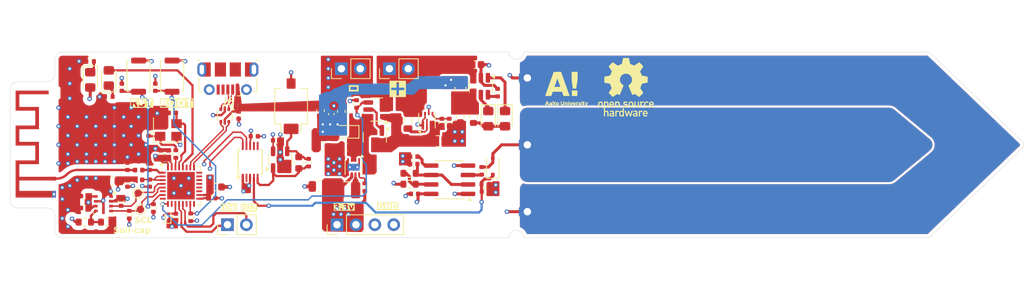
<source format=kicad_pcb>
(kicad_pcb (version 20240108) (generator "pcbnew") (generator_version "8.0")
  (layers (0 "F.Cu" signal) (1 "In1.Cu" signal) (2 "In2.Cu" signal) (31 "B.Cu" signal) (34 "B.Paste" user) (35 "F.Paste" user) (36 "B.SilkS" user "B.Silkscreen") (37 "F.SilkS" user "F.Silkscreen") (38 "B.Mask" user) (39 "F.Mask" user) (44 "Edge.Cuts" user))
  (net 0 "")
  (net 1 "Net-(AE1-A)")
  (net 2 "GND")
  (net 3 "/PWR/LOAD")
  (net 4 "+5V")
  (net 5 "+3.3V")
  (net 6 "Net-(U4-GPIO9)")
  (net 7 "Net-(U4-XTAL_N)")
  (net 8 "Net-(C9-Pad2)")
  (net 9 "+3.3VA")
  (net 10 "Net-(U4-LNA_IN)")
  (net 11 "Net-(U4-CHIP_EN)")
  (net 12 "Net-(D2-K)")
  (net 13 "/MCU/DEBUG")
  (net 14 "Net-(D4-K)")
  (net 15 "/Sensors/sensor_cap")
  (net 16 "+BATT")
  (net 17 "Net-(J5-Pin_2)")
  (net 18 "Net-(J5-Pin_1)")
  (net 19 "Net-(U2-SW)")
  (net 20 "Net-(Q1-G)")
  (net 21 "/MCU/Battery_stat")
  (net 22 "Net-(U2-PG)")
  (net 23 "Net-(U4-XTAL_P)")
  (net 25 "Net-(U5-SDO)")
  (net 29 "/MCU/USB_D-")
  (net 36 "/MCU/USB_D+")
  (net 37 "/Sensors/Q")
  (net 38 "Net-(U9-CV)")
  (net 39 "Net-(U9-THR)")
  (net 40 "Net-(U9-DIS)")
  (net 43 "VBUS")
  (net 44 "/PWR/D+")
  (net 45 "/PWR/D-")
  (net 46 "Net-(D1-A)")
  (net 47 "Net-(D1-K)")
  (net 48 "Net-(D6-K)")
  (net 49 "Net-(U6-SW)")
  (net 50 "Net-(U6-FB)")
  (net 51 "Net-(U8-PROG)")
  (net 52 "/PWR/charge")
  (net 53 "/PWR/source")
  (net 54 "/ADC/Soil_cap")
  (net 55 "Net-(D7-K)")
  (net 56 "/ADC/Light level")
  (net 57 "/ADC/ALERT")
  (net 59 "/ADC/SCL")
  (net 60 "/ADC/SDA")
  (footprint "Inductor_SMD:L_0805_2012Metric" (layer "F.Cu") (at 138.7 106.75 -90)
    (property "Reference" "L5" (hide yes))
    (property "Value" "1u")
  )
  (footprint "Capacitor_SMD:C_0402_1005Metric" (layer "F.Cu") (at 149.1 116.3 180)
    (property "Reference" "C26" (hide yes))
    (property "Value" "1n")
  )
  (footprint "Diode_SMD:D_SOD-923" (layer "F.Cu") (at 106.45 119.7 90)
    (property "Reference" "D3" (hide yes))
    (property "Value" "SZESD9B5.0ST5G")
  )
  (footprint "OptoDevice:Osram_BPW34S-SMD" (layer "F.Cu") (at 123 104.8 90)
    (property "Reference" "D7" (hide yes))
    (property "Value" "BPW34-SMD")
  )
  (footprint "Package_DFN_QFN:QFN-32-1EP_5x5mm_P0.5mm_EP3.7x3.7mm" (layer "F.Cu") (at 108.2 115.5)
    (property "Reference" "U4" (hide yes))
    (property "Value" "ESP32-C3FH4X")
  )
  (footprint "Resistor_SMD:R_0402_1005Metric" (layer "F.Cu") (at 144.25 107 -90)
    (property "Reference" "R3" (hide yes))
    (property "Value" "100k")
  )
  (footprint "Package_SO:TSSOP-10_3x3mm_P0.5mm" (layer "F.Cu") (at 117.5 112.3 90)
    (property "Reference" "U12" (hide yes))
    (property "Value" "ADS1115IDGS")
  )
  (footprint "Resistor_SMD:R_0402_1005Metric" (layer "F.Cu") (at 143.25 107 90)
    (property "Reference" "R2" (hide yes))
    (property "Value" "570k")
  )
  (footprint "Resistor_SMD:R_0603_1608Metric" (layer "F.Cu") (at 147.5 106.225 90)
    (property "Reference" "R18" (hide yes))
    (property "Value" "1k")
  )
  (footprint "Connector_PinHeader_2.54mm:PinHeader_1x02_P2.54mm_Vertical" (layer "F.Cu") (at 114.445 120.75 90)
    (property "Reference" "J5" (hide yes))
    (property "Value" "Conn_01x02")
  )
  (footprint "Package_TO_SOT_SMD:TSOT-23-6" (layer "F.Cu") (at 148.5 102.1125 -90)
    (property "Reference" "U8" (hide yes))
    (property "Value" "TP4057")
  )
  (footprint "Capacitor_SMD:C_0603_1608Metric" (layer "F.Cu") (at 129.75 105.5 90)
    (property "Reference" "C5" (hide yes))
    (property "Value" "10u")
  )
  (footprint "LED_SMD:LED_0805_2012Metric_Pad1.15x1.40mm_HandSolder" (layer "F.Cu") (at 96 101.25 -90)
    (property "Reference" "D2" (hide yes))
    (property "Value" "LED")
  )
  (footprint "Capacitor_SMD:C_0402_1005Metric" (layer "F.Cu") (at 139.4925 112.585 180)
    (property "Reference" "C25" (hide yes))
    (property "Value" "1n")
  )
  (footprint "Package_DFN_QFN:Texas_RWU0007A_VQFN-7_2x2mm_P0.5mm" (layer "F.Cu") (at 141.25 106.75 90)
    (property "Reference" "U6" (hide yes))
    (property "Value" "TPS61022")
  )
  (footprint "Capacitor_SMD:C_0805_2012Metric" (layer "F.Cu") (at 126.8 115.6 180)
    (property "Reference" "C6" (hide yes))
    (property "Value" "22u")
  )
  (footprint "Capacitor_SMD:C_0603_1608Metric" (layer "F.Cu") (at 130.4 110.3 180)
    (property "Reference" "C2" (hide yes))
    (property "Value" "10u")
  )
  (footprint "Connector_PinHeader_2.54mm:PinHeader_1x04_P2.54mm_Vertical" (layer "F.Cu") (at 129.17 120.75 90)
    (property "Reference" "J3" (hide yes))
    (property "Value" "Conn_01x04")
  )
  (footprint "Resistor_SMD:R_0402_1005Metric" (layer "F.Cu") (at 98.5 103.5 180)
    (property "Reference" "R10" (hide yes))
    (property "Value" "1k")
  )
  (footprint "Resistor_SMD:R_0402_1005Metric" (layer "F.Cu") (at 107.5 111.24 90)
    (property "Reference" "R7" (hide yes))
    (property "Value" "10")
  )
  (footprint "Resistor_SMD:R_0603_1608Metric" (layer "F.Cu") (at 138.9175 115.3 180)
    (property "Reference" "R14" (hide yes))
    (property "Value" "330")
  )
  (footprint "Resistor_SMD:R_0402_1005Metric" (layer "F.Cu") (at 104.5 118.5 90)
    (property "Reference" "R11" (hide yes))
    (property "Value" "5.1k")
  )
  (footprint "Capacitor_SMD:C_0402_1005Metric" (layer "F.Cu") (at 104 115.155 -90)
    (property "Reference" "C12" (hide yes))
    (property "Value" "100n")
  )
  (footprint "Project_Library:Moisture_sensor_pads" (layer "F.Cu") (at 153.75 122.5 90)
    (property "Reference" "S1" (hide yes))
    (property "Value" "~")
  )
  (footprint "Capacitor_SMD:C_0402_1005Metric" (layer "F.Cu") (at 105.5 111.23 90)
    (property "Reference" "C18" (hide yes))
    (property "Value" "100n")
  )
  (footprint "Connector_USB:USB_Micro-B_Molex-105017-0001" (layer "F.Cu") (at 114.5 101.1 180)
    (property "Reference" "J6")
    (property "Value" "USB_B_Micro")
  )
  (footprint "RF_Antenna:Texas_SWRA117D_2.4GHz_Right" (layer "F.Cu") (at 91.125 114.55 90)
    (property "Reference" "AE1" (hide yes))
    (property "Value" "Antenna_Shield")
  )
  (footprint "Capacitor_SMD:C_0402_1005Metric" (layer "F.Cu") (at 121.049999 109.4)
    (property "Reference" "C31" (hide yes))
    (property "Value" "100n")
  )
  (footprint "Package_TO_SOT_SMD:SOT-23" (layer "F.Cu") (at 134.25 109 -90)
    (property "Reference" "Q1" (hide yes))
    (property "Value" "AO3401A")
  )
  (footprint "silkscreen-pictures:aalto" (layer "F.Cu") (at 160 102.5)
    (property "Reference" "G***" (hide yes))
    (property "Value" "LOGO" (hide yes))
  )
  (footprint "Button_Switch_SMD:SW_Push_SPST_NO_Alps_SKRK" (layer "F.Cu") (at 107 100.75 90)
    (property "Reference" "SW1" (hide yes))
    (property "Value" "Boot")
  )
  (footprint "Resistor_SMD:R_0402_1005Metric" (layer "F.Cu") (at 132.9 115.7 90)
    (property "Reference" "R4" (hide yes))
    (property "Value" "100k")
  )
  (footprint "Resistor_SMD:R_0603_1608Metric" (layer "F.Cu") (at 138.9175 113.835)
    (property "Reference" "R16" (hide yes))
    (property "Value" "1.6k")
  )
  (footprint "TestPoint:TestPoint_Pad_D1.0mm" (layer "F.Cu") (at 102.45 116.5 90)
    (property "Reference" "TP1" (hide yes))
    (property "Value" "TestPoint")
  )
  (footprint "Resistor_SMD:R_0402_1005Metric" (layer "F.Cu") (at 100.15 117.7 -90)
    (property "Reference" "R8" (hide yes))
    (property "Value" "4.7k")
  )
  (footprint "Package_TO_SOT_SMD:SOT-666" (layer "F.Cu") (at 114.0875 106.05 -90)
    (property "Reference" "U3" (hide yes))
    (property "Value" "USBLC6-2P6")
  )
  (footprint "Capacitor_SMD:C_0402_1005Metric" (layer "F.Cu") (at 104 112.905 90)
    (property "Reference" "C15" (hide yes))
    (property "Value" "2.2p")
  )
  (footprint "Capacitor_SMD:C_0603_1608Metric" (layer "F.Cu") (at 145.75 106.225 -90)
    (property "Reference" "C29" (hide yes))
    (property "Value" "10u")
  )
  (footprint "Diode_SMD:D_SOD-323" (layer "F.Cu") (at 130.5 108.25 180)
    (property "Reference" "D5" (hide yes))
    (property "Value" "BAT60A")
  )
  (footprint "Capacitor_SMD:C_0402_1005Metric" (layer "F.Cu") (at 103.85 108.3 -90)
    (property "Reference" "C9" (hide yes))
    (property "Value" "22p")
  )
  (footprint "Capacitor_SMD:C_0402_1005Metric" (layer "F.Cu") (at 128.4 105.87 90)
    (property "Reference" "C4" (hide yes))
    (property "Value" "100n")
  )
  (footprint "Capacitor_SMD:C_0402_1005Metric" (layer "F.Cu") (at 107.05 105.7)
    (property "Reference" "C8" (hide yes))
    (property "Value" "22p")
  )
  (footprint "Capacitor_SMD:C_0402_1005Metric" (layer "F.Cu") (at 95.25 116.9 180)
    (property "Reference" "C22" (hide yes))
    (property "Value" "100n")
  )
  (footprint "Capacitor_SMD:C_0402_1005Metric" (layer "F.Cu") (at 139.58 116.6 180)
    (property "Reference" "C24" (hide yes))
    (property "Value" "100n")
  )
  (footprint "Capacitor_SMD:C_0402_1005Metric" (layer "F.Cu") (at 104.75 102.25 -90)
    (property "Reference" "C7" (hide yes))
    (property "Value" "100n")
  )
  (footprint "Capacitor_SMD:C_0402_1005Metric" (layer "F.Cu") (at 106.5 111.23 90)
    (property "Reference" "C19" (hide yes))
    (property "Value" "100n")
  )
  (footprint "Button_Switch_SMD:SW_Push_SPST_NO_Alps_SKRK" (layer "F.Cu") (at 102.5 100.75 90)
    (property "Reference" "SW2" (hide yes))
    (property "Value" "Reset")
  )
  (footprint "TestPoint:TestPoint_Pad_D1.0mm" (layer "F.Cu") (at 102.75 118.7 90)
    (property "Reference" "TP2" (hide yes))
    (property "Value" "TestPoint")
  )
  (footprint "Package_SO:SOIC-8_3.9x4.9mm_P1.27mm" (layer "F.Cu") (at 144.3 114.7 180)
    (property "Reference" "U9" (hide yes))
    (property "Value" "TLC555xD")
  )
  (footprint "Capacitor_SMD:C_0402_1005Metric" (layer "F.Cu") (at 118.05 108.85)
    (property "Reference" "C1" (hide yes))
    (property "Value" "100n")
  )
  (footprint "Inductor_SMD:L_0603_1608Metric" (layer "F.Cu") (at 126.95 105.4 -90)
    (property "Reference" "L1" (hide yes))
    (property "Value" "2.2n")
  )
  (footprint "Capacitor_SMD:C_0402_1005Metric" (layer "F.Cu") (at 100.25 102.25 90)
    (property "Reference" "C20" (hide yes))
    (property "Value" "100n")
  )
  (footprint "Diode_SMD:D_SOD-323F" (layer "F.Cu") (at 150.11 112.9 90)
    (property "Reference" "D8" (hide yes))
    (property "Value" "BAT54J")
  )
  (footprint "Package_SON:WSON-8-1EP_2x2mm_P0.5mm_EP0.9x1.6mm_ThermalVias" (layer "F.Cu") (at 131.4 113 -90)
    (property "Reference" "U2" (hide yes))
    (property "Value" "TPS62172DSG")
  )
  (footprint "Resistor_SMD:R_0402_1005Metric" (layer "F.Cu") (at 149.1 115.3 180)
    (property "Reference" "R17" (hide yes))
    (property "Value" "1M")
  )
  (footprint "Resistor_SMD:R_0603_1608Metric" (layer "F.Cu") (at 95.275 120.4)
    (property "Reference" "R12" (hide yes))
    (property "Value" "0")
  )
  (footprint "Package_LGA:Bosch_LGA-8_2.5x2.5mm_P0.65mm_ClockwisePinNumbering" (layer "F.Cu") (at 97.775 117.925 -90)
    (property "Reference" "U5" (hide yes))
    (property "Value" "BME280")
  )
  (footprint "Capacitor_SMD:C_0402_1005Metric" (layer "F.Cu") (at 95.25 118.5 180)
    (property "Reference" "C21" (hide yes))
    (property "Value" "100n")
  )
  (footprint "Capacitor_SMD:C_0402_1005Metric" (layer "F.Cu") (at 107.5 119.75 -90)
    (property "Reference" "C16" (hide yes))
    (property "Value" "100n")
  )
  (footprint "Capacitor_SMD:C_0402_1005Metric" (layer "F.Cu") (at 115.95 106 -90)
    (property "Reference" "C3" (hide yes))
    (property "Value" "100n")
  )
  (footprint "Resistor_SMD:R_0402_1005Metric" (layer "F.Cu") (at 95.99 98.775 180)
    (property "Reference" "R5" (hide yes))
    (property "Value" "1k")
  )
  (footprint "silkscreen-pictures:open_source" (layer "F.Cu") (at 168 102.25)
    (property "Reference" "G***" (hide yes))
    (property "Value" "LOGO" (hide yes))
  )
  (footprint "Resistor_SMD:R_0402_1005Metric" (layer "F.Cu") (at 125.349999 112.4 -90)
    (property "Reference" "R21" (hide yes))
    (property "Value" "33k")
  )
  (footprint "Resistor_SMD:R_0402_1005Metric" (layer "F.Cu") (at 101.25 119.4 90)
    (property "Reference" "R9" (hide yes))
    (property "Value" "4.7k")
  )
  (footprint "Capacitor_SMD:C_0603_1608Metric" (layer "F.Cu") (at 98.95 114.9 180)
    (property "Reference" "C10" (hide yes))
    (property "Value" "10u")
  )
  (footprint "Package_TO_SOT_SMD:TSOT-23-6" (layer "F.Cu") (at 134.5 105.25 180)
    (property "Reference" "U1" (hide yes))
    (property "Value" "LTC4412xS6")
  )
  (footprint "Package_TO_SOT_SMD:SOT-23-5" (layer "F.Cu") (at 121.529999 112 90)
    (property "Reference" "U7" (hide yes))
    (property "Value" "OPA340NA")
  )
  (footprint "Capacitor_SMD:C_0603_1608Metric" (layer "F.Cu") (at 127.3 110.25)
    (property "Reference" "C5" (hide yes))
    (property "Value" "10u")
  )
  (footprint "Resistor_SMD:R_0402_1005Metric" (layer "F.Cu") (at 109.5 119.75 90)
    (property "Reference" "R6" (hide yes))
    (property "Value" "5.1k")
  )
  (footprint "Capacitor_SMD:C_0402_1005Metric" (layer "F.Cu") (at 139.4925 111.585 180)
    (property "Reference" "C23" (hide yes))
    (property "Value" "10n")
  )
  (footprint "Inductor_SMD:L_1008_2520Metric" (layer "F.Cu") (at 130.6 116.1 180)
    (property "Reference" "L2" (hide yes))
    (property "Value" "2.2u")
  )
  (footprint "LED_SMD:LED_0805_2012Metric_Pad1.15x1.40mm_HandSolder" (layer "F.Cu") (at 151.75 106.475 -90)
    (property "Reference" "D1" (hide yes))
    (property "Value" "LED")
  )
  (footprint "Capacitor_SMD:C_0402_1005Metric" (layer "F.Cu") (at 101 112.9 90)
    (property "Reference" "C17" (hide yes))
    (property "Value" "2.2p")
  )
  (footprint "Resistor_SMD:R_0402_1005Metric" (layer "F.Cu") (at 150.75 102.975 -90)
    (property "Reference" "R19" (hide yes))
    (property "Value" "10k")
  )
  (footprint "Capacitor_SMD:C_0603_1608Metric" (layer "F.Cu") (at 147.75 99.2)
    (property "Reference" "C27" (hide yes))
    (property "Value" "10u")
  )
  (footprint "Resistor_SMD:R_0402_1005Metric" (layer "F.Cu") (at 131.8 104.5 -90)
    (property "Reference" "R1" (hide yes))
    (property "Value" "470k")
  )
  (footprint "Connector_PinHeader_2.54mm:PinHeader_1x02_P2.54mm_Vertical" (layer "F.Cu") (at 136.21 99.75 90)
    (property "Reference" "J1" (hide yes))
    (property "Value" "Conn_01x02")
  )
  (footprint "Capacitor_SMD:C_0805_2012Metric" (layer "F.Cu") (at 142.75 109.5)
    (property "Reference" "C28" (hide yes))
    (property "Value" "22u")
  )
  (footprint "Resistor_SMD:R_0805_2012Metric" (layer "F.Cu") (at 145.75 102.475 -90)
    (property "Reference" "R20" (hide yes))
    (property "Value" "0.3")
  )
  (footprint "Crystal:Crystal_SMD_3225-4Pin_3.2x2.5mm" (layer "F.Cu") (at 106.5 108)
    (property "Reference" "Y1" (hide yes))
    (property "Value" "40MHz")
  )
  (footprint "Inductor_SMD:L_0402_1005Metric" (layer "F.Cu") (at 102.515 113.4)
    (property "Reference" "L4" (hide yes))
    (property "Value" "2.6n")
  )
  (footprint "Connector_PinHeader_2.54mm:PinHeader_1x02_P2.54mm_Vertical" (layer "F.Cu") (at 129.75 99.75 90)
    (property "Reference" "J2" (hide yes))
    (property "Value" "Conn_01x02")
  )
  (footprint "Capacitor_SMD:C_0402_1005Metric" (layer "F.Cu") (at 101 115.155 -90)
    (property "Reference" "C11" (hide yes))
    (property "Value" "100n")
  )
  (footprint "Resistor_SMD:R_0603_1608Metric" (layer "F.Cu") (at 98.275 120.4)
    (property "Reference" "R13" (hide yes))
    (property "Value" "0")
  )
  (footprint "Resistor_SMD:R_0402_1005Metric" (layer "F.Cu") (at 148.61 113.5 90)
    (property "Reference" "R15" (hide yes))
    (property "Value" "10k")
  )
  (footprint "Inductor_SMD:L_0402_1005Metric" (layer "F.Cu") (at 102.5 114.715 180)
    (property "Reference" "L3" (hide yes))
    (property "Value" "2.2n")
  )
  (footprint "LED_SMD:LED_0805_2012Metric_Pad1.15x1.40mm_HandSolder" (layer "F.Cu") (at 149.5 106.475 -90)
    (property "Reference" "D6" (hide yes))
    (property "Value" "LED")
  )
  (footprint "Capacitor_SMD:C_0603_1608Metric" (layer "F.Cu") (at 112.87 115.675)
    (property "Reference" "C14" (hide yes))
    (property "Value" "10u")
  )
  (footprint "LED_SMD:LED_0805_2012Metric_Pad1.15x1.40mm_HandSolder" (layer "F.Cu") (at 98.5 101 90)
    (property "Reference" "D4" (hide yes))
    (property "Value" "LED")
  )
  (footprint "Capacitor_SMD:C_0402_1005Metric" (layer "F.Cu") (at 112.35 117.175)
    (property "Reference" "C13" (hide yes))
    (property "Value" "100n")
  )
  (footprint "Capacitor_SMD:C_0603_1608Metric" (layer "F.Cu") (at 124.029999 112.4075 -90)
    (property "Reference" "C30" (hide yes))
    (property "Value" "1u")
  )
  (gr_arc (start 91.25 98.5) (mid 91.542893 97.792893) (end 92.25 97.5) (stroke (width 0.05)) (layer "Edge.Cuts"))
  (gr_arc (start 86.25 118.5) (mid 85.542893 118.207107) (end 85.25 117.5) (stroke (width 0.05)) (layer "Edge.Cuts"))
  (gr_line (start 145 122.5) (end 145.5 122.5) (stroke (width 0.05)) (layer "Edge.Cuts"))
  (gr_line (start 92.25 97.5) (end 144 97.5) (stroke (width 0.05)) (layer "Edge.Cuts"))
  (gr_arc (start 92.25 122.5) (mid 91.542893 122.207107) (end 91.25 121.5) (stroke (width 0.05)) (layer "Edge.Cuts"))
  (gr_arc (start 154.25 97.5) (mid 153.25 98.5) (end 152.25 97.5) (stroke (width 0.05)) (layer "Edge.Cuts"))
  (gr_arc (start 90.25 118.5) (mid 90.957107 118.792893) (end 91.25 119.5) (stroke (width 0.05)) (layer "Edge.Cuts"))
  (gr_line (start 90.25 101.5) (end 86.25 101.5) (stroke (width 0.05)) (layer "Edge.Cuts"))
  (gr_line (start 91.25 98.5) (end 91.25 100.5) (stroke (width 0.05)) (layer "Edge.Cuts"))
  (gr_line (start 221.249999 110.499999) (end 208.75 122.5) (stroke (width 0.05)) (layer "Edge.Cuts"))
  (gr_line (start 145 122.5) (end 136.75 122.5) (stroke (width 0.05)) (layer "Edge.Cuts"))
  (gr_line (start 208.75 97.5) (end 221.249999 109.500001) (stroke (width 0.05)) (layer "Edge.Cuts"))
  (gr_line (start 154.25 97.5) (end 208.75 97.5) (stroke (width 0.05)) (layer "Edge.Cuts"))
  (gr_line (start 90.25 118.5) (end 86.25 118.5) (stroke (width 0.05)) (layer "Edge.Cuts"))
  (gr_arc (start 152.25 122.5) (mid 153.25 121.5) (end 154.25 122.5) (stroke (width 0.05)) (layer "Edge.Cuts"))
  (gr_line (start 85.25 102.5) (end 85.25 117.5) (stroke (width 0.05)) (layer "Edge.Cuts"))
  (gr_line (start 145.5 122.5) (end 152.25 122.5) (stroke (width 0.05)) (layer "Edge.Cuts"))
  (gr_line (start 154.25 122.5) (end 208.75 122.5) (stroke (width 0.05)) (layer "Edge.Cuts"))
  (gr_arc (start 221.249999 109.500001) (mid 221.457105 110) (end 221.249999 110.499999) (stroke (width 0.05)) (layer "Edge.Cuts"))
  (gr_arc (start 85.25 102.5) (mid 85.542893 101.792893) (end 86.25 101.5) (stroke (width 0.05)) (layer "Edge.Cuts"))
  (gr_line (start 152.25 97.5) (end 144 97.5) (stroke (width 0.05)) (layer "Edge.Cuts"))
  (gr_line (start 91.25 121.5) (end 91.25 119.5) (stroke (width 0.05)) (layer "Edge.Cuts"))
  (gr_arc (start 91.25 100.5) (mid 90.957107 101.207107) (end 90.25 101.5) (stroke (width 0.05)) (layer "Edge.Cuts"))
  (gr_line (start 92.25 122.5) (end 136.75 122.5) (stroke (width 0.05)) (layer "Edge.Cuts"))
  (gr_text "BOOT" (at 105.35 105.05 0) (layer "F.SilkS" knockout) (effects (font (size 1 1) (thickness 0.2) (bold yes)) (justify left bottom)))
  (gr_text "3.3v" (at 128.75 118.9 0) (layer "F.SilkS" knockout) (effects (font (size 0.8 0.8) (thickness 0.2) (bold yes)) (justify left bottom)))
  (gr_text "GND" (at 134.6 118.8 0) (layer "F.SilkS" knockout) (effects (font (size 0.8 0.8) (thickness 0.2) (bold yes)) (justify left bottom)))
  (gr_text "SCL" (at 101.95 120.65 0) (layer "F.SilkS") (effects (font (size 0.8 0.8) (thickness 0.15) (bold yes)) (justify left bottom)))
  (gr_text "RST" (at 101.35 105.05 0) (layer "F.SilkS" knockout) (effects (font (size 1 1) (thickness 0.2) (bold yes)) (justify left bottom)))
  (gr_text "IO6" (at 113.5 118.95 0) (layer "F.SilkS" knockout) (effects (font (size 0.8 0.8) (thickness 0.2) (bold yes)) (justify left bottom)))
  (gr_text "Soil-cap" (at 99.1 122 0) (layer "F.SilkS") (effects (font (size 0.8 0.8) (thickness 0.15) (bold yes)) (justify left bottom)))
  (gr_text "-" (at 132 101.25 180) (layer "F.SilkS" knockout) (effects (font (size 2 2) (thickness 0.2) (bold yes)) (justify left bottom)))
  (gr_text "+" (at 138.5 101.25 180) (layer "F.SilkS" knockout) (effects (font (size 2 2) (thickness 0.2) (bold yes)) (justify left bottom)))
  (gr_text "IO7" (at 116.25 119 0) (layer "F.SilkS" knockout) (effects (font (size 0.8 0.8) (thickness 0.2) (bold yes)) (justify left bottom)))
  (segment (start 91.472685 114.55) (end 91.125 114.55) (width 0.32) (layer "F.Cu") (net 1))
  (segment (start 94.297314 113.38) (end 101 113.38) (width 0.32) (layer "F.Cu") (net 1))
  (segment (start 101.02 113.4) (end 101 113.38) (width 0.3) (layer "F.Cu") (net 1))
  (segment (start 102.03 113.4) (end 101.02 113.4) (width 0.32) (layer "F.Cu") (net 1))
  (arc (start 92.885 113.965) (mid 93.532975 113.532037) (end 94.297314 113.38) (width 0.32) (layer "F.Cu") (net 1))
  (arc (start 91.472685 114.55) (mid 92.237024 114.397964) (end 92.885 113.965) (width 0.32) (layer "F.Cu") (net 1))
  (segment (start 97.65 117.6) (end 97.75 117.5) (width 0.3) (layer "F.Cu") (net 2))
  (segment (start 140.7 107.375) (end 140.125 107.375) (width 0.3) (layer "F.Cu") (net 2))
  (segment (start 121.529999 108.62) (end 121.549999 108.6) (width 0.2) (layer "F.Cu") (net 2))
  (segment (start 152.375 100.625) (end 152.75 101) (width 0.4) (layer "F.Cu") (net 2))
  (segment (start 107.6 109.5) (end 108.1 110) (width 0.3) (layer "F.Cu") (net 2))
  (segment (start 149.6 99.3) (end 149.5 99.2) (width 0.4) (layer "F.Cu") (net 2))
  (segment (start 115.97 106.35) (end 115.95 106.33) (width 0.3) (layer "F.Cu") (net 2))
  (segment (start 132.15 112.05) (end 132.15 112.75) (width 0.2) (layer "F.Cu") (net 2))
  (segment (start 94.5 98.75) (end 95.455 98.75) (width 0.4) (layer "F.Cu") (net 2))
  (segment (start 113.5 106) (end 112.5 106) (width 0.3) (layer "F.Cu") (net 2))
  (segment (start 101 112.42) (end 101 111.65) (width 0.3) (layer "F.Cu") (net 2))
  (segment (start 140.125 107.375) (end 140 107.25) (width 0.3) (layer "F.Cu") (net 2))
  (segment (start 103.09629 115.635) (end 104 115.635) (width 0.3) (layer "F.Cu") (net 2))
  (segment (start 115.92 106.3) (end 115.95 106.33) (width 0.3) (layer "F.Cu") (net 2))
  (segment (start 148.5 100.975) (end 148.5 101.5) (width 0.4) (layer "F.Cu") (net 2))
  (segment (start 95.455 98.75) (end 95.48 98.775) (width 0.4) (layer "F.Cu") (net 2))
  (segment (start 114.0875 105.125) (end 114.0875 105.542656) (width 0.3) (layer "F.Cu") (net 2))
  (segment (start 154.75 119) (end 152 119) (width 0.4) (layer "F.Cu") (net 2))
  (segment (start 148.5 100.175) (end 148.525 100.15) (width 0.4) (layer "F.Cu") (net 2))
  (segment (start 101.633134 115.635) (end 101.744845 115.523289) (width 0.3) (layer "F.Cu") (net 2))
  (segment (start 113.67 117.175) (end 113.695 117.2) (width 0.3) (layer "F.Cu") (net 2))
  (segment (start 146.775 116.605) (end 145.005 116.605) (width 0.4) (layer "F.Cu") (net 2))
  (segment (start 114.0875 105.542656) (end 113.630156 106) (width 0.3) (layer "F.Cu") (net 2))
  (segment (start 121.529999 109.4) (end 121.529999 108.62) (width 0.2) (layer "F.Cu") (net 2))
  (segment (start 104.75 101.77) (end 104.75 100.75) (width 0.3) (layer "F.Cu") (net 2))
  (segment (start 97.99 103.5) (end 97.275 103.5) (width 0.3) (layer "F.Cu") (net 2))
  (segment (start 98.8 116.3) (end 98.8 116.95) (width 0.3) (layer "F.Cu") (net 2))
  (segment (start 140.7 107.375) (end 140.7 106.680918) (width 0.2) (layer "F.Cu") (net 2))
  (segment (start 148.5 101.5) (end 149 102) (width 0.4) (layer "F.Cu") (net 2))
  (segment (start 105.8 107.15) (end 105.4 107.15) (width 0.3) (layer "F.Cu") (net 2))
  (segment (start 125.85 115.6) (end 124.8 115.6) (width 0.5) (layer "F.Cu") (net 2))
  (segment (start 145.005 116.605) (end 145 116.6) (width 0.4) (layer "F.Cu") (net 2))
  (segment (start 102.996289 115.534999) (end 103.09629 115.635) (width 0.3) (layer "F.Cu") (net 2))
  (segment (start 108.65 98.65) (end 108.75 98.75) (width 0.3) (layer "F.Cu") (net 2))
  (segment (start 140.7 106.680918) (end 141 106.380918) (width 0.2) (layer "F.Cu") (net 2))
  (segment (start 139.1 116.6) (end 138.69 116.6) (width 0.4) (layer "F.Cu") (net 2))
  (segment (start 107.6 108.85) (end 107.5 108.85) (width 0.3) (layer "F.Cu") (net 2))
  (segment (start 149.5 99.2) (end 148.525 99.2) (width 0.4) (layer "F.Cu") (net 2))
  (segment (start 97.275 103.5) (end 97.25 103.525) (width 0.3) (layer "F.Cu") (net 2))
  (segment (start 132.15 112.75) (end 131.9 113) (width 0.2) (layer "F.Cu") (net 2))
  (segment (start 101 115.635) (end 101.633134 115.635) (width 0.3) (layer "F.Cu") (net 2))
  (segment (start 102.5 98.65) (end 104.15 98.65) (width 0.3) (layer "F.Cu") (net 2))
  (segment (start 96.75 117.6) (end 97.65 117.6) (width 0.3) (layer "F.Cu") (net 2))
  (segment (start 107.6 108.85) (end 107.6 109.5) (width 0.3) (layer "F.Cu") (net 2))
  (segment (start 148.525 100.15) (end 148.525 99.2) (width 0.4) (layer "F.Cu") (net 2))
  (segment (start 152.75 101) (end 154.75 101) (width 0.4) (layer "F.Cu") (net 2))
  (segment (start 148.5 100.975) (end 148.5 100.175) (width 0.4) (layer "F.Cu") (net 2))
  (segment (start 150.285 102) (end 150.75 102.465) (width 0.4) (layer "F.Cu") (net 2))
  (segment (start 141 106.380918) (end 141 105.775) (width 0.2) (layer "F.Cu") (net 2))
  (segment (start 115.95 106.48) (end 115.95 107.2) (width 0.3) (layer "F.Cu") (net 2))
  (segment (start 115.95 107.2) (end 116 107.25) (width 0.3) (layer "F.Cu") (net 2))
  (segment (start 118.53 108.85) (end 119.35 108.85) (width 0.2) (layer "F.Cu") (net 2))
  (segment (start 113.645 115.675) (end 114.77 115.675) (width 0.5) (layer "F.Cu") (net 2))
  (segment (start 98.75 116.25) (end 98.8 116.3) (width 0.3) (layer "F.Cu") (net 2))
  (segment (start 100.25 101.77) (end 100.25 101) (width 0.3) (layer "F.Cu") (net 2))
  (segment (start 107 98.65) (end 108.65 98.65) (width 0.3) (layer "F.Cu") (net 2))
  (segment (start 112.83 117.175) (end 113.67 117.175) (width 0.3) (layer "F.Cu") (net 2))
  (segment (start 105 106.75) (end 105 105.75) (width 0.3) (layer "F.Cu") (net 2))
  (segment (start 104.15 98.65) (end 104.25 98.75) (width 0.3) (layer "F.Cu") (net 2))
  (segment (start 114.77 115.625001) (end 114.77 115.675) (width 0.5) (layer "F.Cu") (net 2))
  (segment (start 149 102) (end 150.285 102) (width 0.4) (layer "F.Cu") (net 2))
  (segment (start 105.4 107.15) (end 105 106.75) (width 0.3) (layer "F.Cu") (net 2))
  (segment (start 123 101.75) (end 123 100.25) (width 0.3) (layer "F.Cu") (net 2))
  (segment (start 138.69 116.6) (end 138.3975 116.8925) (width 0.4) (layer "F.Cu") (net 2))
  (segment (start 113.630156 106) (end 113.5 106) (width 0.3) (layer "F.Cu") (net 2))
  (via (at 102.5 111.25) (size 0.6) (drill 0.3) (layers "F.Cu" "B.Cu") (net 2))
  (via (at 91.75 110) (size 0.6) (drill 0.3) (layers "F.Cu" "B.Cu") (net 2))
  (via (at 97.75 117.5) (size 0.6) (drill 0.3) (layers "F.Cu" "B.Cu") (net 2))
  (via (at 95.5 108.75) (size 0.6) (drill 0.3) (layers "F.Cu" "B.Cu") (net 2))
  (via (at 93 106.25) (size 0.6) (drill 0.3) (layers "F.Cu" "B.Cu") (net 2))
  (via (at 128.75 113.4) (size 0.6) (drill 0.3) (layers "F.Cu" "B.Cu") (net 2))
  (via (at 121.549999 108.6) (size 0.6) (drill 0.3) (layers "F.Cu" "B.Cu") (net 2))
  (via (at 124.8 115.6) (size 0.6) (drill 0.3) (layers "F.Cu" "B.Cu") (net 2))
  (via (at 117.35 115.5) (size 0.6) (drill 0.3) (layers "F.Cu" "B.Cu") (net 2))
  (via (at 121.549999 111) (size 0.6) (drill 0.3) (layers "F.Cu" "B.Cu") (net 2))
  (via (at 152.375 100.625) (size 0.6) (drill 0.3) (layers "F.Cu" "B.Cu") (net 2))
  (via (at 98 112.25) (size 0.6) (drill 0.3) (layers "F.Cu" "B.Cu") (net 2))
  (via (at 100.5 106.25) (size 0.6) (drill 0.3) (layers "F.Cu" "B.Cu") (net 2))
  (via (at 146 108.25) (size 0.6) (drill 0.3) (layers "F.Cu" "B.Cu") (net 2))
  (via (at 104.75 110.5) (size 0.6) (drill 0.3) (layers "F.Cu" "B.Cu") (net 2))
  (via (at 128.75 112.4) (size 0.6) (drill 0.3) (layers "F.Cu" "B.Cu") (net 2))
  (via (at 108.2 115.5) (size 0.6) (drill 0.3) (layers "F.Cu" "B.Cu") (net 2))
  (via (at 92.25 119.9) (size 0.6) (drill 0.3) (layers "F.Cu" "B.Cu") (net 2))
  (via (at 121.549999 112) (size 0.6) (drill 0.3) (layers "F.Cu" "B.Cu") (net 2))
  (via (at 93 121) (size 0.6) (drill 0.3) (layers "F.Cu" "B.Cu") (net 2))
  (via (at 128 101) (size 0.6) (drill 0.3) (layers "F.Cu" "B.Cu") (net 2))
  (via (at 128 112.9) (size 0.6) (drill 0.3) (layers "F.Cu" "B.Cu") (net 2))
  (via (at 93.25 101.75) (size 0.6) (drill 0.3) (layers "F.Cu" "B.Cu") (net 2))
  (via (at 138.3975 116.8925) (size 0.6) (drill 0.3) (layers "F.Cu" "B.Cu") (net 2))
  (via (at 128 113.9) (size 0.6) (drill 0.3) (layers "F.Cu" "B.Cu") (net 2))
  (via (at 128 98.5) (size 0.6) (drill 0.3) (layers "F.Cu" "B.Cu") (net 2))
  (via (at 91.75 105) (size 0.6) (drill 0.3) (layers "F.Cu" "B.Cu") (net 2))
  (via (at 129.5 112.9) (size 0.6) (drill 0.3) (layers "F.Cu" "B.Cu") (net 2))
  (via (at 98 108.75) (size 0.6) (drill 0.3) (layers "F.Cu" "B.Cu") (net 2))
  (via (at 128 111.9) (size 0.6) (drill 0.3) (layers "F.Cu" "B.Cu") (net 2))
  (via (at 92.25 117.3) (size 0.6) (drill 0.3) (layers "F.Cu" "B.Cu") (net 2))
  (via (at 96.75 112.25) (size 0.6) (drill 0.3) (layers "F.Cu" "B.Cu") (net 2))
  (via (at 150.5 115.4) (size 0.6) (drill 0.3) (layers "F.Cu" "B.Cu") (net 2))
  (via (at 98 111.25) (size 0.6) (drill 0.3) (layers "F.Cu" "B.Cu") (net 2))
  (via (at 93 118.75) (size 0.6) (drill 0.3) (layers "F.Cu" "B.Cu") (net 2))
  (via (at 93.25 99.75) (size 0.6) (drill 0.3) (layers "F.Cu" "B.Cu") (net 2))
  (via (at 152 119) (size 0.6) (drill 0.3) (layers "F.Cu" "B.Cu") (net 2))
  (via (at 119.35 108.85) (size 0.6) (drill 0.3) (layers "F.Cu" "B.Cu") (net 2))
  (via (at 93.25 103.75) (size 0.6) (drill 0.3) (layers "F.Cu" "B.Cu") (net 2))
  (via (at 138 111.5) (size 0.6) (drill 0.3) (layers "F.Cu" "B.Cu") (net 2))
  (via (at 109.25 114.5) (size 0.6) (drill 0.3) (layers "F.Cu" "B.Cu") (net 2))
  (via (at 138 112.25) (size 0.6) (drill 0.3) (layers "F.Cu" "B.Cu") (net 2))
  (via (at 96.75 114.5) (size 0.6) (drill 0.3) (layers "F.Cu" "B.Cu") (net 2))
  (via (at 93 111.25) (size 0.6) (drill 0.3) (layers "F.Cu" "B.Cu") (net 2))
  (via (at 99.25 107.5) (size 0.6) (drill 0.3) (layers "F.Cu" "B.Cu") (net 2))
  (via (at 91.75 112.5) (size 0.6) (drill 0.3) (layers "F.Cu" "B.Cu") (net 2))
  (via (at 94.25 114.75) (size 0.6) (drill 0.3) (layers "F.Cu" "B.Cu") (net 2))
  (via (at 95.5 106.25) (size 0.6) (drill 0.3) (layers "F.Cu" "B.Cu") (net 2))
  (via (at 96.75 107.5) (size 0.6) (drill 0.3) (layers "F.Cu" "B.Cu") (net 2))
  (via (at 94.25 107.5) (size 0.6) (drill 0.3) (layers "F.Cu" "B.Cu") (net 2))
  (via (at 104.25 98.75) (size 0.6) (drill 0.3) (layers "F.Cu" "B.Cu") (net 2))
  (via (at 101.5 105) (size 0.6) (drill 0.3) (layers "F.Cu" "B.Cu") (net 2))
  (via (at 103.75 105) (size 0.6) (drill 0.3) (layers "F.Cu" "B.Cu") (net 2))
  (via (at 150.5 116.4) (size 0.6) (drill 0.3) (layers "F.Cu" "B.Cu") (net 2))
  (via (at 129.5 111.9) (size 0.6) (drill 0.3) (layers "F.Cu" "B.Cu") (net 2))
  (via (at 145 109.5) (size 0.6) (drill 0.3) (layers "F.Cu" "B.Cu") (net 2))
  (via (at 116.6 116.25) (size 0.6) (drill 0.3) (layers "F.Cu" "B.Cu") (net 2))
  (via (at 140 107.25) (size 0.6) (drill 0.3) (layers "F.Cu" "B.Cu") (net 2))
  (via (at 108.1 110) (size 0.6) (drill 0.3) (layers "F.Cu" "B.Cu") (net 2))
  (via (at 123 100.25) (size 0.6) (drill 0.3) (layers "F.Cu" "B.Cu") (net 2))
  (via (at 94.5 98.75) (size 0.6) (drill 0.3) (layers "F.Cu" "B.Cu") (net 2))
  (via (at 113.695 117.2) (size 0.6) (drill 0.3) (layers "F.Cu" "B.Cu") (net 2))
  (via (at 102.5 106.25) (size 0.6) (drill 0.3) (layers "F.Cu" "B.Cu") (net 2))
  (via (at 92.25 115.75) (size 0.6) (drill 0.3) (layers "F.Cu" "B.Cu") (net 2))
  (via (at 103.5 110) (size 0.6) (drill 0.3) (layers "F.Cu" "B.Cu") (net 2))
  (via (at 146 109.5) (size 0.6) (drill 0.3) (layers "F.Cu" "B.Cu") (net 2))
  (via (at 91.75 107.5) (size 0.6) (drill 0.3) (layers "F.Cu" "B.Cu") (net 2))
  (via (at 102.5 108.75) (size 0.6) (drill 0.3) (layers "F.Cu" "B.Cu") (net 2))
  (via (at 93.25 115.5) (size 0.6) (drill 0.3) (layers "F.Cu" "B.Cu") (net 2))
  (via (at 149.6 99.3) (size 0.6) (drill 0.3) (layers "F.Cu" "B.Cu") (net 2))
  (via (at 109.25 116.5) (size 0.6) (drill 0.3) (layers "F.Cu" "B.Cu") (net 2))
  (via (at 107 121) (size 0.6) (drill 0.3) (layers "F.Cu" "B.Cu") (net 2))
  (via (at 116 107.25) (size 0.6) (drill 0.3) (layers "F.Cu" "B.Cu") (net 2))
  (via (at 107.25 116.5) (size 0.6) (drill 0.3) (layers "F.Cu" "B.Cu") (net 2))
  (via (at 128 102.25) (size 0.6) (drill 0.3) (layers "F.Cu" "B.Cu") (net 2))
  (via (at 104.75 100.75) (size 0.6) (drill 0.3) (layers "F.Cu" "B.Cu") (net 2))
  (via (at 95.5 114.5) (size 0.6) (drill 0.3) (layers "F.Cu" "B.Cu") (net 2))
  (via (at 101 111.65) (size 0.6) (drill 0.3) (layers "F.Cu" "B.Cu") (net 2))
  (via (at 128.75 104.75) (size 0.6) (drill 0.3) (layers "F.Cu" "B.Cu") (net 2))
  (via (at 97.25 103.525) (size 0.6) (drill 0.3) (layers "F.Cu" "B.Cu") (net 2))
  (via (at 101.744845 115.523289) (size 0.6) (drill 0.3) (layers "F.Cu" "B.Cu") (net 2))
  (via (at 101.5 107.5) (size 0.6) (drill 0.3) (layers "F.Cu" "B.Cu") (net 2))
  (via (at 100.5 108.75) (size 0.6) (drill 0.3) (layers "F.Cu" "B.Cu") (net 2))
  (via (at 98.75 116.25) (size 0.6) (drill 0.3) (layers "F.Cu" "B.Cu") (net 2))
  (via (at 99.25 112.25) (size 0.6) (drill 0.3) (layers "F.Cu" "B.Cu") (net 2))
  (via (at 145 116.6) (size 0.6) (drill 0.3) (layers "F.Cu" "B.Cu") (net 2))
  (via (at 94.25 112.25) (size 0.6) (drill 0.3) (layers "F.Cu" "B.Cu") (net 2))
  (via (at 94.25 110) (size 0.6) (drill 0.3) (layers "F.Cu" "B.Cu") (net 2))
  (via (at 102.996289 115.534999) (size 0.6) (drill 0.3) (layers "F.Cu" "B.Cu") (net 2))
  (via (at 129.5 113.9) (size 0.6) (drill 0.3) (layers "F.Cu" "B.Cu") (net 2))
  (via (at 128 99.75) (size 0.6) (drill 0.3) (layers "F.Cu" "B.Cu") (net 2))
  (via (at 99.25 110) (size 0.6) (drill 0.3) (layers "F.Cu" "B.Cu") (net 2))
  (via (at 99.25 105) (size 0.6) (drill 0.3) (layers "F.Cu" "B.Cu") (net 2))
  (via (at 100.25 101) (size 0.6) (drill 0.3) (layers "F.Cu" "B.Cu") (net 2))
  (via (at 107.25 114.5) (size 0.6) (drill 0.3) (layers "F.Cu" "B.Cu") (net 2))
  (via (at 95.5 111.25) (size 0.6) (drill 0.3) (layers "F.Cu" "B.Cu") (net 2))
  (via (at 93 108.75) (size 0.6) (drill 0.3) (layers "F.Cu" "B.Cu") (net 2))
  (via (at 105 105.75) (size 0.6) (drill 0.3) (layers "F.Cu" "B.Cu") (net 2))
  (via (at 96.75 110) (size 0.6) (drill 0.3) (layers "F.Cu" "B.Cu") (net 2))
  (via (at 112.5 106) (size 0.6) (drill 0.3) (layers "F.Cu" "B.Cu") (net 2))
  (via (at 145 108.25) (size 0.6) (drill 0.3) (layers "F.Cu" "B.Cu") (net 2))
  (via (at 114.77 115.675) (size 0.6) (drill 0.3) (layers "F.Cu" "B.Cu") (net 2))
  (via (at 95.5 112.25) (size 0.6) (drill 0.3) (layers "F.Cu" "B.Cu") (net 2))
  (via (at 98 106.25) (size 0.6) (drill 0.3) (layers "F.Cu" "B.Cu") (net 2))
  (via (at 93 112.5) (size 0.6) (drill 0.3) (layers "F.Cu" "B.Cu") (net 2))
  (via (at 101.5 110) (size 0.6) (drill 0.3) (layers "F.Cu" "B.Cu") (net 2))
  (via (at 108.75 98.75) (size 0.6) (drill 0.3) (layers "F.Cu" "B.Cu") (net 2))
  (segment (start 127.0875 106.35) (end 128.4 106.35) (width 0.3) (layer "F.Cu") (net 4))
  (via (at 143.75 102) (size 0.6) (drill 0.3) (layers "F.Cu" "B.Cu") (net 4))
  (via (at 128.25 107.25) (size 0.6) (drill 0.3) (layers "F.Cu" "B.Cu") (net 4))
  (via (at 144.5 101.25) (size 0.6) (drill 0.3) (layers "F.Cu" "B.Cu") (net 4))
  (via (at 129.25 107.25) (size 0.6) (drill 0.3) (layers "F.Cu" "B.Cu") (net 4))
  (via (at 127.25 107.25) (size 0.6) (drill 0.3) (layers "F.Cu" "B.Cu") (net 4))
  (via (at 127.25 108.25) (size 0.6) (drill 0.3) (layers "F.Cu" "B.Cu") (net 4))
  (segment (start 96 103.72) (end 95.9125 103.8075) (width 0.4) (layer "F.Cu") (net 5))
  (segment (start 105.85 119.5) (end 105.85 119.8) (width 0.2) (layer "F.Cu") (net 5))
  (segment (start 117.5 110.15) (end 117.5 109.4) (width 0.2) (layer "F.Cu") (net 5))
  (segment (start 107.45 117.95) (end 107.45 119.22) (width 0.2) (layer "F.Cu") (net 5))
  (segment (start 107.5 119.27) (end 106.46 119.27) (width 0.3) (layer "F.Cu") (net 5))
  (segment (start 105.5 112.15) (end 105.5 111.71) (width 0.2) (layer "F.Cu") (net 5))
  (segment (start 146.775 112.795) (end 144.905 112.795) (width 0.4) (layer "F.Cu") (net 5))
  (segment (start 106.46 119.27) (end 106.45 119.28) (width 0.3) (layer "F.Cu") (net 5))
  (segment (start 106.45 119.28) (end 106.07 119.28) (width 0.2) (layer "F.Cu") (net 5))
  (segment (start 111.25 116.75) (end 111.745 116.75) (width 0.3) (layer "F.Cu") (net 5))
  (segment (start 96.75 118.25) (end 96.5 118.25) (width 0.3) (layer "F.Cu") (net 5))
  (segment (start 110.65 117.25) (end 111.15 117.25) (width 0.3) (layer "F.Cu") (net 5))
  (segment (start 120.579999 109.41) (end 120.569999 109.4) (width 0.2) (layer "F.Cu") (net 5))
  (segment (start 104.5 119.01) (end 104.5 119.75) (width 0.3) (layer "F.Cu") (net 5))
  (segment (start 140.06 117.54) (end 140.06 116.6) (width 0.4) (layer "F.Cu") (net 5))
  (segment (start 141.82 116.6) (end 141.825 116.605) (width 0.4) (layer "F.Cu") (net 5))
  (segment (start 95.73 118.5) (end 96.225 118.5) (width 0.3) (layer "F.Cu") (net 5))
  (segment (start 100.94 117.19) (end 101 117.25) (width 0.3) (layer "F.Cu") (net 5))
  (segment (start 131.15 114.45) (end 130 115.6) (width 0.2) (layer "F.Cu") (net 5))
  (segment (start 140.11 116.65) (end 140.11 116.7) (width 0.5) (layer "F.Cu") (net 5))
  (segment (start 94.45 120.4) (end 94 120.4) (width 0.3) (layer "F.Cu") (net 5))
  (segment (start 132.9 117.45) (end 131.75 118.6) (width 0.4) (layer "F.Cu") (net 5))
  (segment (start 132.9 116.21) (end 132.9 117.45) (width 0.4) (layer "F.Cu") (net 5))
  (segment (start 110.29 120.26) (end 109.5 120.26) (width 0.2) (layer "F.Cu") (net 5))
  (segment (start 107.45 119.22) (end 107.5 119.27) (width 0.2) (layer "F.Cu") (net 5))
  (segment (start 111.745 116.75) (end 112.095 116.4) (width 0.3) (layer "F.Cu") (net 5))
  (segment (start 131.15 114.34) (end 131.15 113.95) (width 0.4) (layer "F.Cu") (net 5))
  (segment (start 130 115.6) (end 129.5375 115.6) (width 0.2) (layer "F.Cu") (net 5))
  (segment (start 120.569999 109.4) (end 120.569999 108.62) (width 0.2) (layer "F.Cu") (net 5))
  (segment (start 96.225 118.5) (end 96.35 118.375) (width 0.3) (layer "F.Cu") (net 5))
  (segment (start 96.75 116.95) (end 95.78 116.95) (width 0.3) (layer "F.Cu") (net 5))
  (segment (start 100.15 117.19) (end 100.94 117.19) (width 0.3) (layer "F.Cu") (net 5))
  (segment (start 130.9 104.1) (end 131 104) (width 0.3) (layer "F.Cu") (net 5))
  (segment (start 131.75 118.6) (end 130.2 118.6) (width 0.4) (layer "F.Cu") (net 5))
  (segment (start 99.725 115.975) (end 99.75 116) (width 0.3) (layer "F.Cu") (net 5))
  (segment (start 129.525 115.965) (end 131.15 114.34) (width 0.4) (layer "F.Cu") (net 5))
  (segment (start 129.525 116.1) (end 129.525 115.965) (width 0.4) (layer "F.Cu") (net 5))
  (segment (start 111.275 117.175) (end 111.87 117.175) (width 0.3) (layer "F.Cu") (net 5))
  (segment (start 120.569999 108.62) (end 120.549999 108.6) (width 0.2) (layer "F.Cu") (net 5))
  (segment (start 140.06 116.6) (end 140.11 116.65) (width 0.5) (layer "F.Cu") (net 5))
  (segment (start 144.905 112.795) (end 144.9 112.8) (width 0.4) (layer "F.Cu") (net 5))
  (segment (start 106.95 112.5) (end 106.5 112.05) (width 0.2) (layer "F.Cu") (net 5))
  (segment (start 94 120.4) (end 93.55 119.95) (width 0.3) (layer "F.Cu") (net 5))
  (segment (start 106.07 119.28) (end 105.95 119.4) (width 0.2) (layer "F.Cu") (net 5))
  (segment (start 120.579999 110.8625) (end 120.579999 109.41) (width 0.2) (layer "F.Cu") (net 5))
  (segment (start 112.095 116.4) (end 112.095 115.675) (width 0.3) (layer "F.Cu") (net 5))
  (segment (start 110.65 116.75) (end 111.25 116.75) (width 0.2) (layer "F.Cu") (net 5))
  (segment (start 96.5 118.25) (end 96.35 118.4) (width 0.3) (layer "F.Cu") (net 5))
  (segment (start 106.95 113.05) (end 106.95 112.5) (width 0.2) (layer "F.Cu") (net 5))
  (segment (start 96 102.275) (end 96 103.72) (width 0.4) (layer "F.Cu") (net 5))
  (segment (start 131 104) (end 131.3 104) (width 0.3) (layer "F.Cu") (net 5))
  (segment (start 110.35 120.2) (end 110.29 120.26) (width 0.2) (layer "F.Cu") (net 5))
  (segment (start 106.45 112.5) (end 106.35 112.4) (width 0.2) (layer "F.Cu") (net 5))
  (segment (start 129.4375 115.6) (end 127.75 115.6) (width 0.5) (layer "F.Cu") (net 5))
  (segment (start 139.9 117.7) (end 140.06 117.54) (width 0.4) (layer "F.Cu") (net 5))
  (segment (start 99.725 114.9) (end 99.725 115.975) (width 0.3) (layer "F.Cu") (net 5))
  (segment (start 105.75 112.4) (end 105.5 112.15) (width 0.2) (layer "F.Cu") (net 5))
  (segment (start 131.3 104) (end 131.31 103.99) (width 0.3) (layer "F.Cu") (net 5))
  (segment (start 131.31 103.99) (end 131.8 103.99) (width 0.3) (layer "F.Cu") (net 5))
  (segment (start 106.35 112.4) (end 105.75 112.4) (width 0.2) (layer "F.Cu") (net 5))
  (segment (start 95.78 116.95) (end 95.73 116.9) (width 0.3) (layer "F.Cu") (net 5))
  (segment (start 117.6 108.82) (end 117.57 108.85) (width 0.2) (layer "F.Cu") (net 5))
  (segment (start 106.5 112.05) (end 106.5 111.71) (width 0.2) (layer "F.Cu") (net 5))
  (segment (start 141.5 104.9) (end 141.5 105.775) (width 0.2) (layer "F.Cu") (net 5))
  (segment (start 117.5 109.4) (end 117.57 109.33) (width 0.2) (layer "F.Cu") (net 5))
  (segment (start 136.9375 115.3) (end 136.78 115.1425) (width 0.4) (layer "F.Cu") (net 5))
  (segment (start 117.6 108.1) (end 117.6 108.82) (width 0.2) (layer "F.Cu") (net 5))
  (segment (start 106.45 113.05) (end 106.45 112.5) (width 0.2) (layer "F.Cu") (net 5))
  (segment (start 131.15 113.95) (end 131.15 114.45) (width 0.2) (layer "F.Cu") (net 5))
  (segment (start 138.0925 115.3) (end 136.9375 115.3) (width 0.4) (layer "F.Cu") (net 5))
  (segment (start 117.57 109.33) (end 117.57 108.85) (width 0.2) (layer "F.Cu") (net 5))
  (segment (start 105.95 119.4) (end 105.85 119.5) (width 0.2) (layer "F.Cu") (net 5))
  (segment (start 101.25 119.91) (end 101.25 120.75) (width 0.3) (layer "F.Cu") (net 5))
  (segment (start 140.06 116.6) (end 141.82 116.6) (width 0.4) (layer "F.Cu") (net 5))
  (via (at 104.5 119.75) (size 0.6) (drill 0.3) (layers "F.Cu" "B.Cu") (net 5))
  (via (at 128.7 119.35) (size 0.6) (drill 0.3) (layers "F.Cu" "B.Cu") (net 5))
  (via (at 105.85 119.8) (size 0.6) (drill 0.3) (layers "F.Cu" "B.Cu") (net 5))
  (via (at 141.5 104.9) (size 0.6) (drill 0.3) (layers "F.Cu" "B.Cu") (net 5))
  (via (at 117.6 108.1) (size 0.6) (drill 0.3) (layers "F.Cu" "B.Cu") (net 5))
  (via (at 129.7 119.35) (size 0.6) (drill 0.3) (layers "F.Cu" "B.Cu") (net 5))
  (via (at 99.75 116) (size 0.6) (drill 0.3) (layers "F.Cu" "B.Cu") (net 5))
  (via (at 101.25 120.75) (size 0.6) (drill 0.3) (layers "F.Cu" "B.Cu") (net 5))
  (via (at 129.2 118.6) (size 0.6) (drill 0.3) (layers "F.Cu" "B.Cu") (net 5))
  (via (at 104.75 111.5) (size 0.6) (drill 0.3) (layers "F.Cu" "B.Cu") (net 5))
  (via (at 130.7 119.35) (size 0.6) (drill 0.3) (layers "F.Cu" "B.Cu") (net 5))
  (via (at 112.095 114.4) (size 0.6) (drill 0.3) (layers "F.Cu" "B.Cu") (net 5))
  (via (at 95.9125 103.8075) (size 0.6) (drill 0.3) (layers "F.Cu" "B.Cu") (net 5))
  (via (at 130.2 118.6) (size 0.6) (drill 0.3) (layers "F.Cu" "B.Cu") (net 5))
  (via (at 136.78 115.1425) (size 0.6) (drill 0.3) (layers "F.Cu" "B.Cu") (net 5))
  (via (at 120.549999 108.6) (size 0.6) (drill 0.3) (layers "F.Cu" "B.Cu") (net 5))
  (via (at 101 117.25) (size 0.6) (drill 0.3) (layers "F.Cu" "B.Cu") (net 5))
  (via (at 144.9 112.8) (size 0.6) (drill 0.3) (layers "F.Cu" "B.Cu") (net 5))
  (via (at 93.55 119.95) (size 0.6) (drill 0.3) (layers "F.Cu" "B.Cu") (net 5))
  (via (at 139.9 117.7) (size 0.6) (drill 0.3) (layers "F.Cu" "B.Cu") (net 5))
  (via (at 110.35 120.2) (size 0.6) (drill 0.3) (layers "F.Cu" "B.Cu") (net 5))
  (via (at 130.9 104.1) (size 0.6) (drill 0.3) (layers "F.Cu" "B.Cu") (net 5))
  (via (at 95.75 117.75) (size 0.6) (drill 0.3) (layers "F.Cu" "B.Cu") (net 5))
  (segment (start 104.75 102.73) (end 106.88 102.73) (width 0.3) (layer "F.Cu") (net 6))
  (segment (start 109.45 117.95) (end 109.45 119.19) (width 0.2) (layer "F.Cu") (net 6))
  (segment (start 109.5 119.24) (end 110.49 119.24) (width 0.2) (layer "F.Cu") (net 6))
  (segment (start 109.45 119.19) (end 109.5 119.24) (width 0.2) (layer "F.Cu") (net 6))
  (segment (start 106.88 102.73) (end 107 102.85) (width 0.3) (layer "F.Cu") (net 6))
  (segment (start 107 103.75) (end 106.95 103.7) (width 0.3) (layer "F.Cu") (net 6))
  (segment (start 107 103.75) (end 107 102.85) (width 0.3) (layer "F.Cu") (net 6))
  (via (at 106.95 103.7) (size 0.6) (drill 0.3) (layers "F.Cu" "B.Cu") (net 6))
  (via (at 110.35 119.24) (size 0.6) (drill 0.3) (layers "F.Cu" "B.Cu") (net 6))
  (segment (start 110.51 119.24) (end 110.35 119.24) (width 0.2) (layer "B.Cu") (net 6))
  (segment (start 107.25 107.25) (end 112.85 112.85) (width 0.2) (layer "B.Cu") (net 6))
  (segment (start 106.95 103.7) (end 107.25 104) (width 0.3) (layer "B.Cu") (net 6))
  (segment (start 107.25 104) (end 107.25 107.25) (width 0.2) (layer "B.Cu") (net 6))
  (segment (start 112.85 112.85) (end 112.85 116.9) (width 0.2) (layer "B.Cu") (net 6))
  (segment (start 112.85 116.9) (end 110.51 119.24) (width 0.2) (layer "B.Cu") (net 6))
  (segment (start 108.25 111.65) (end 108.25 112.05) (width 0.2) (layer "F.Cu") (net 7))
  (segment (start 108.25 111.65) (end 108.25 111.4) (width 0.3) (layer "F.Cu") (net 7))
  (segment (start 108.75 107.35) (end 108.55 107.15) (width 0.3) (layer "F.Cu") (net 7))
  (segment (start 107.95 112.35) (end 107.95 113.05) (width 0.2) (layer "F.Cu") (net 7))
  (segment (start 107.6 105.77) (end 107.53 105.7) (width 0.3) (layer "F.Cu") (net 7))
  (segment (start 108.25 112.05) (end 107.95 112.35) (width 0.2) (layer "F.Cu") (net 7))
  (segment (start 108.55 107.15) (end 107.6 107.15) (width 0.3) (layer "F.Cu") (net 7))
  (segment (start 108.25 111.4) (end 108.75 110.9) (width 0.3) (layer "F.Cu") (net 7))
  (segment (start 108.75 110.9) (end 108.75 107.35) (width 0.3) (layer "F.Cu") (net 7))
  (segment (start 107.6 107.15) (end 107.6 105.77) (width 0.3) (layer "F.Cu") (net 7))
  (segment (start 105.4 108.85) (end 103.92 108.85) (width 0.3) (layer "F.Cu") (net 8))
  (segment (start 105.65 110) (end 107.25 110) (width 0.3) (layer "F.Cu") (net 8))
  (segment (start 105.45 109.8) (end 105.65 110) (width 0.3) (layer "F.Cu") (net 8))
  (segment (start 107.5 110.25) (end 107.5 110.73) (width 0.3) (layer "F.Cu") (net 8))
  (segment (start 105.45 108.9) (end 105.45 109.8) (width 0.3) (layer "F.Cu") (net 8))
  (segment (start 103.92 108.85) (end 103.85 108.78) (width 0.3) (layer "F.Cu") (net 8))
  (segment (start 105.4 108.85) (end 105.45 108.9) (width 0.3) (layer "F.Cu") (net 8))
  (segment (start 107.25 110) (end 107.5 110.25) (width 0.3) (layer "F.Cu") (net 8))
  (segment (start 104.65 114.75) (end 104.575 114.675) (width 0.2) (layer "F.Cu") (net 9))
  (segment (start 104 114.675) (end 103.025 114.675) (width 0.2) (layer "F.Cu") (net 9))
  (segment (start 105 114.25) (end 104.575 114.675) (width 0.2) (layer "F.Cu") (net 9))
  (segment (start 105.75 114.75) (end 104.65 114.75) (width 0.2) (layer "F.Cu") (net 9))
  (segment (start 105.75 114.25) (end 105 114.25) (width 0.2) (layer "F.Cu") (net 9))
  (segment (start 104.575 114.675) (end 104 114.675) (width 0.2) (layer "F.Cu") (net 9))
  (segment (start 103.025 114.675) (end 102.985 114.715) (width 0.2) (layer "F.Cu") (net 9))
  (segment (start 104.935 113.385) (end 104 113.385) (width 0.32) (layer "F.Cu") (net 10))
  (segment (start 103.015 113.385) (end 103 113.4) (width 0.3) (layer "F.Cu") (net 10))
  (segment (start 105.75 113.75) (end 105.3 113.75) (width 0.3) (layer "F.Cu") (net 10))
  (segment (start 105.3 113.75) (end 104.935 113.385) (width 0.3) (layer "F.Cu") (net 10))
  (segment (start 104 113.385) (end 103.015 113.385) (width 0.32) (layer "F.Cu") (net 10))
  (segment (start 104.06 117.99) (end 104.5 117.99) (width 0.2) (layer "F.Cu") (net 11))
  (segment (start 100.37 102.85) (end 100.25 102.73) (width 0.3) (layer "F.Cu") (net 11))
  (segment (start 103 103.6) (end 103 103.35) (width 0.2) (layer "F.Cu") (net 11))
  (segment (start 103.75 118.3) (end 104.06 117.99) (width 0.2) (layer "F.Cu") (net 11))
  (segment (start 104.5 117.585614) (end 104.5 117.99) (width 0.2) (layer "F.Cu") (net 11))
  (segment (start 105.335614 116.75) (end 104.5 117.585614) (width 0.2) (layer "F.Cu") (net 11))
  (segment (start 102.5 102.85) (end 100.37 102.85) (width 0.3) (layer "F.Cu") (net 11))
  (segment (start 105.75 116.75) (end 105.335614 116.75) (width 0.2) (layer "F.Cu") (net 11))
  (segment (start 103 103.35) (end 102.5 102.85) (width 0.2) (layer "F.Cu") (net 11))
  (via (at 103 103.6) (size 0.6) (drill 0.3) (layers "F.Cu" "B.Cu") (net 11))
  (via (at 103.75 118.3) (size 0.6) (drill 0.3) (layers "F.Cu" "B.Cu") (net 11))
  (segment (start 103.15 103.75) (end 103 103.6) (width 0.2) (layer "B.Cu") (net 11))
  (segment (start 103.75 104) (end 103.5 103.75) (width 0.2) (layer "B.Cu") (net 11))
  (segment (start 103.5 103.75) (end 103.15 103.75) (width 0.2) (layer "B.Cu") (net 11))
  (segment (start 103.75 118.3) (end 103.75 104) (width 0.2) (layer "B.Cu") (net 11))
  (segment (start 96 100.225) (end 96.025 100.225) (width 0.3) (layer "F.Cu") (net 12))
  (segment (start 96.5 99.75) (end 96.5 98.775) (width 0.3) (layer "F.Cu") (net 12))
  (segment (start 96.5 99.75) (end 96.025 100.225) (width 0.3) (layer "F.Cu") (net 12))
  (segment (start 109.75 102) (end 107.725 99.975) (width 0.3) (layer "F.Cu") (net 13))
  (segment (start 108.725 112.225) (end 108.45 112.5) (width 0.2) (layer "F.Cu") (net 13))
  (segment (start 108.725 112.225) (end 109.75 111.2) (width 0.3) (layer "F.Cu") (net 13))
  (segment (start 107.725 99.975) (end 98.5 99.975) (width 0.3) (layer "F.Cu") (net 13))
  (segment (start 109.75 111.2) (end 109.75 102) (width 0.3) (layer "F.Cu") (net 13))
  (segment (start 108.45 112.5) (end 108.45 113.05) (width 0.2) (layer "F.Cu") (net 13))
  (segment (start 108.85 112.1) (end 108.725 112.225) (width 0.2) (layer "F.Cu") (net 13))
  (segment (start 98.5 102.25) (end 99.01 102.76) (width 0.3) (layer "F.Cu") (net 14))
  (segment (start 98.5 102.025) (end 98.5 102.25) (width 0.3) (layer "F.Cu") (net 14))
  (segment (start 99.01 102.76) (end 99.01 103.5) (width 0.3) (layer "F.Cu") (net 14))
  (segment (start 150.11 111.8) (end 150.11 111.19) (width 0.4) (layer "F.Cu") (net 15))
  (segment (start 150.11 111.19) (end 151.3 110) (width 0.4) (layer "F.Cu") (net 15))
  (segment (start 149.52 112.99) (end 150.11 112.4) (width 0.4) (layer "F.Cu") (net 15))
  (segment (start 148.61 112.99) (end 149.52 112.99) (width 0.4) (layer "F.Cu") (net 15))
  (segment (start 150.11 112.4) (end 150.11 111.8) (width 0.4) (layer "F.Cu") (net 15))
  (segment (start 151.3 110) (end 154.75 110) (width 0.4) (layer "F.Cu") (net 15))
  (segment (start 108.75 120.6) (end 109.15 121) (width 0.3) (layer "F.Cu") (net 17))
  (segment (start 112.55 120.6) (end 112.55 119.6) (width 0.3) (layer "F.Cu") (net 17))
  (segment (start 112.95 119.2) (end 116.65 119.2) (width 0.3) (layer "F.Cu") (net 17))
  (segment (start 108.75 118.9) (end 108.75 120.3) (width 0.2) (layer "F.Cu") (net 17))
  (segment (start 116.65 119.2) (end 116.985 119.535) (width 0.3) (layer "F.Cu") (net 17))
  (segment (start 112.55 119.6) (end 112.95 119.2) (width 0.3) (layer "F.Cu") (net 17))
  (segment (start 109.15 121) (end 112.15 121) (width 0.3) (layer "F.Cu") (net 17))
  (segment (start 108.45 118.6) (end 108.75 118.9) (width 0.2) (layer "F.Cu") (net 17))
  (segment (start 108.75 120.3) (end 108.75 120.6) (width 0.3) (layer "F.Cu") (net 17))
  (segment (start 116.985 119.535) (end 116.985 120.75) (width 0.3) (layer "F.Cu") (net 17))
  (segment (start 108.45 117.95) (end 108.45 118.6) (width 0.2) (layer "F.Cu") (net 17))
  (segment (start 112.15 121) (end 112.55 120.6) (width 0.3) (layer "F.Cu") (net 17))
  (segment (start 108.25 120.5) (end 108.25 121) (width 0.3) (layer "F.Cu") (net 18))
  (segment (start 108.95 121.7) (end 112.35 121.7) (width 0.3) (layer "F.Cu") (net 18))
  (segment (start 108.25 121) (end 108.95 121.7) (width 0.3) (layer "F.Cu") (net 18))
  (segment (start 107.95 117.95) (end 107.95 118.7) (width 0.2) (layer "F.Cu") (net 18))
  (segment (start 107.95 118.7) (end 108.25 119) (width 0.2) (layer "F.Cu") (net 18))
  (segment (start 113.15 120.9) (end 114.295 120.9) (width 0.3) (layer "F.Cu") (net 18))
  (segment (start 112.35 121.7) (end 113.15 120.9) (width 0.3) (layer "F.Cu") (net 18))
  (segment (start 114.295 120.9) (end 114.445 120.75) (width 0.3) (layer "F.Cu") (net 18))
  (segment (start 108.25 119) (end 108.25 120.5) (width 0.2) (layer "F.Cu") (net 18))
  (segment (start 131.65 114.65) (end 131.65 115.5875) (width 0.4) (layer "F.Cu") (net 19))
  (segment (start 131.65 114.45) (end 131.65 114.65) (width 0.4) (layer "F.Cu") (net 19))
  (segment (start 131.65 113.95) (end 131.65 114.45) (width 0.3) (layer "F.Cu") (net 19))
  (segment (start 131.6625 114.9125) (end 131.65 114.9) (width 0.8) (layer "F.Cu") (net 19))
  (segment (start 131.65 114.65) (end 131.65 114.9) (width 0.5) (layer "F.Cu") (net 19))
  (segment (start 131.65 115.5875) (end 131.6625 115.6) (width 0.4) (layer "F.Cu") (net 19))
  (segment (start 131.6625 115.6) (end 131.6625 114.9125) (width 0.8) (layer "F.Cu") (net 19))
  (segment (start 135.2 108) (end 134.5 107.3) (width 0.3) (layer "F.Cu") (net 20))
  (segment (start 134.5 105.725001) (end 134.024999 105.25) (width 0.3) (layer "F.Cu") (net 20))
  (segment (start 135.2 108.0625) (end 135.2 108) (width 0.3) (layer "F.Cu") (net 20))
  (segment (start 134.024999 105.25) (end 133.3625 105.25) (width 0.3) (layer "F.Cu") (net 20))
  (segment (start 134.5 107.3) (end 134.5 105.725001) (width 0.3) (layer "F.Cu") (net 20))
  (segment (start 131.9 106) (end 131.8 105.9) (width 0.3) (layer "F.Cu") (net 21))
  (segment (start 131.8 105.9) (end 131.8 105.01) (width 0.3) (layer "F.Cu") (net 21))
  (segment (start 133.31 104.3) (end 133.26 104.25) (width 0.3) (layer "F.Cu") (net 21))
  (segment (start 131.89 105.01) (end 131.8 105.01) (width 0.3) (layer "F.Cu") (net 21))
  (segment (start 132.6 104.3) (end 131.89 105.01) (width 0.3) (layer "F.Cu") (net 21))
  (segment (start 105.8 117.95) (end 105.75 118) (width 0.2) (layer "F.Cu") (net 21))
  (segment (start 106.45 117.95) (end 105.8 117.95) (width 0.2) (layer "F.Cu") (net 21))
  (segment (start 133.3625 104.3) (end 132.6 104.3) (width 0.3) (layer "F.Cu") (net 21))
  (via (at 131.9 106) (size 0.6) (drill 0.3) (layers "F.Cu" "B.Cu") (net 21))
  (via (at 105.75 118) (size 0.6) (drill 0.3) (layers "F.Cu" "B.Cu") (net 21))
  (segment (start 125.8 116.9) (end 125.3 117.4) (width 0.2) (layer "B.Cu") (net 21))
  (segment (start 133.1 116.4) (end 132.6 116.9) (width 0.2) (layer "B.Cu") (net 21))
  (segment (start 132.6 106.53) (end 132.6 112.15) (width 0.2) (layer "B.Cu") (net 21))
  (segment (start 132.41 106.34) (end 132.6 106.53) (width 0.2) (layer "B.Cu") (net 21))
  (segment (start 125.3 117.4) (end 114.4 117.4) (width 0.2) (layer "B.Cu") (net 21))
  (segment (start 105.75 118.75) (end 105.75 118) (width 0.2) (layer "B.Cu") (net 21))
  (segment (start 133.1 112.65) (end 133.1 116.4) (width 0.2) (layer "B.Cu") (net 21))
  (segment (start 132.6 116.9) (end 125.8 116.9) (width 0.2) (layer "B.Cu") (net 21))
  (segment (start 131.9 106) (end 132.24 106.34) (width 0.2) (layer "B.Cu") (net 21))
  (segment (start 111 120.8) (end 107.8 120.8) (width 0.2) (layer "B.Cu") (net 21))
  (segment (start 132.6 112.15) (end 133.1 112.65) (width 0.2) (layer "B.Cu") (net 21))
  (segment (start 132.24 106.34) (end 132.41 106.34) (width 0.2) (layer "B.Cu") (net 21))
  (segment (start 114.4 117.4) (end 111 120.8) (width 0.2) (layer "B.Cu") (net 21))
  (segment (start 107.8 120.8) (end 105.75 118.75) (width 0.2) (layer "B.Cu") (net 21))
  (segment (start 132.75 114.45) (end 132.9 114.6) (width 0.2) (layer "F.Cu") (net 22))
  (segment (start 132.3 114.45) (end 132.75 114.45) (width 0.2) (layer "F.Cu") (net 22))
  (segment (start 132.9 114.6) (end 132.9 115.19) (width 0.2) (layer "F.Cu") (net 22))
  (segment (start 132.15 113.95) (end 132.15 114.3) (width 0.2) (layer "F.Cu") (net 22))
  (segment (start 132.15 114.3) (end 132.3 114.45) (width 0.2) (layer "F.Cu") (net 22))
  (segment (start 107.45 112.5) (end 107.5 112.45) (width 0.2) (layer "F.Cu") (net 23))
  (segment (start 107.45 113.05) (end 107.45 112.5) (width 0.2) (layer "F.Cu") (net 23))
  (segment (start 107.5 112.45) (end 107.5 111.75) (width 0.2) (layer "F.Cu") (net 23))
  (segment (start 96.1 119.55) (end 96.1 120.4) (width 0.3) (layer "F.Cu") (net 25))
  (segment (start 96.1 120.4) (end 97.45 120.4) (width 0.3) (layer "F.Cu") (net 25))
  (segment (start 96.75 118.9) (end 96.1 119.55) (width 0.3) (layer "F.Cu") (net 25))
  (segment (start 114.2775 107.628266) (end 114.2775 108.091202) (width 0.18) (layer "F.Cu") (net 29))
  (segment (start 114.5275 107.378266) (end 114.2775 107.628266) (width 0.18) (layer "F.Cu") (net 29))
  (segment (start 109.95 112.775) (end 109.95 113.05) (width 0.18) (layer "F.Cu") (net 29))
  (segment (start 109.89 112.478702) (end 109.89 112.715) (width 0.18) (layer "F.Cu") (net 29))
  (segment (start 109.89 112.715) (end 109.95 112.775) (width 0.18) (layer "F.Cu") (net 29))
  (segment (start 114.5275 107.372501) (end 114.5275 107.378266) (width 0.18) (layer "F.Cu") (net 29))
  (segment (start 114.625 106.9) (end 114.625 107.275001) (width 0.18) (layer "F.Cu") (net 29))
  (segment (start 114.625 107.275001) (end 114.5275 107.372501) (width 0.18) (layer "F.Cu") (net 29))
  (segment (start 114.2775 108.091202) (end 109.89 112.478702) (width 0.18) (layer "F.Cu") (net 29))
  (segment (start 109.51 112.321298) (end 109.51 112.715) (width 0.18) (layer "F.Cu") (net 36))
  (segment (start 113.6475 107.378266) (end 113.8975 107.628266) (width 0.18) (layer "F.Cu") (net 36))
  (segment (start 113.55 107.275001) (end 113.6475 107.372501) (width 0.18) (layer "F.Cu") (net 36))
  (segment (start 113.8975 107.933798) (end 109.51 112.321298) (width 0.18) (layer "F.Cu") (net 36))
  (segment (start 109.51 112.715) (end 109.45 112.775) (width 0.18) (layer "F.Cu") (net 36))
  (segment (start 113.6475 107.372501) (end 113.6475 107.378266) (width 0.18) (layer "F.Cu") (net 36))
  (segment (start 113.8975 107.628266) (end 113.8975 107.933798) (width 0.18) (layer "F.Cu") (net 36))
  (segment (start 109.45 112.775) (end 109.45 113.05) (width 0.18) (layer "F.Cu") (net 36))
  (segment (start 113.55 106.9) (end 113.55 107.275001) (width 0.18) (layer "F.Cu") (net 36))
  (segment (start 148.555 114.065) (end 148.61 114.01) (width 0.4) (layer "F.Cu") (net 37))
  (segment (start 146.775 114.065) (end 148.555 114.065) (width 0.4) (layer "F.Cu") (net 37))
  (segment (start 140.995 112.795) (end 140.6 112.4) (width 0.4) (layer "F.Cu") (net 38))
  (segment (start 140.6 112) (end 140.185 111.585) (width 0.4) (layer "F.Cu") (net 38))
  (segment (start 140.185 111.585) (end 139.9725 111.585) (width 0.4) (layer "F.Cu") (net 38))
  (segment (start 140.6 112.4) (end 140.6 112) (width 0.4) (layer "F.Cu") (net 38))
  (segment (start 141.825 112.795) (end 140.995 112.795) (width 0.4) (layer "F.Cu") (net 38))
  (segment (start 139.9725 114.065) (end 139.7425 113.835) (width 0.4) (layer "F.Cu") (net 39))
  (segment (start 144.535 115.335) (end 146.775 115.335) (width 0.4) (layer "F.Cu") (net 39))
  (segment (start 141.825 114.065) (end 139.9725 114.065) (width 0.4) (layer "F.Cu") (net 39))
  (segment (start 141.825 114.065) (end 143.265 114.065) (width 0.4) (layer "F.Cu") (net 39))
  (segment (start 139.9725 113.605) (end 139.7425 113.835) (width 0.4) (layer "F.Cu") (net 39))
  (segment (start 139.9725 112.585) (end 139.9725 113.605) (width 0.4) (layer "F.Cu") (net 39))
  (segment (start 143.265 114.065) (end 144.535 115.335) (width 0.4) (layer "F.Cu") (net 39))
  (segment (start 138.0925 113.835) (end 138.4725 113.835) (width 0.4) (layer "F.Cu") (net 40))
  (segment (start 139.3 115.3) (end 139.7425 115.3) (width 0.4) (layer "F.Cu") (net 40))
  (segment (start 138.8925 114.255) (end 138.8925 114.8925) (width 0.4) (layer "F.Cu") (net 40))
  (segment (start 138.4725 113.835) (end 138.8925 114.255) (width 0.4) (layer "F.Cu") (net 40))
  (segment (start 141.79 115.3) (end 141.825 115.335) (width 0.4) (layer "F.Cu") (net 40))
  (segment (start 139.8575 115.335) (end 139.7425 115.335) (width 0.5) (layer "F.Cu") (net 40))
  (segment (start 138.8925 114.8925) (end 139.3 115.3) (width 0.4) (layer "F.Cu") (net 40))
  (segment (start 139.7425 115.3) (end 141.79 115.3) (width 0.4) (layer "F.Cu") (net 40))
  (segment (start 114.0875 106.557344) (end 115.124844 105.52) (width 0.3) (layer "F.Cu") (net 43))
  (segment (start 114.0875 106.975) (end 114.0875 106.557344) (width 0.3) (layer "F.Cu") (net 43))
  (segment (start 115.124844 105.52) (end 115.95 105.52) (width 0.3) (layer "F.Cu") (net 43))
  (segment (start 113.6475 104.721734) (end 113.6475 105.1025) (width 0.18) (layer "F.Cu") (net 44))
  (segment (start 114.24 104.51) (end 113.859234 104.51) (width 0.18) (layer "F.Cu") (net 44))
  (segment (start 114.585 103.385001) (end 114.585 104.165) (width 0.18) (layer "F.Cu") (net 44))
  (segment (start 113.859234 104.51) (end 113.6475 104.721734) (width 0.18) (layer "F.Cu") (net 44))
  (segment (start 113.6475 105.1025) (end 113.55 105.2) (width 0.18) (layer "F.Cu") (net 44))
  (segment (start 114.585 104.165) (end 114.24 104.51) (width 0.18) (layer "F.Cu") (net 44))
  (segment (start 114.965 104.322402) (end 114.625 104.662402) (width 0.18) (layer "F.Cu") (net 45))
  (segment (start 114.965 103.385001) (end 114.965 104.322402) (width 0.18) (layer "F.Cu") (net 45))
  (segment (start 114.625 104.662402) (end 114.625 105.2) (width 0.18) (layer "F.Cu") (net 45))
  (segment (start 149.5 107.5) (end 151.75 107.5) (width 0.4) (layer "F.Cu") (net 46))
  (segment (start 149.5 107.5) (end 148.775 107.5) (width 0.4) (layer "F.Cu") (net 46))
  (segment (start 148.775 107.5) (end 148.325 107.05) (width 0.4) (layer "F.Cu") (net 46))
  (segment (start 148.325 107.05) (end 147.5 107.05) (width 0.4) (layer "F.Cu") (net 46))
  (segment (start 151.75 101.575) (end 151.75 105.45) (width 0.4) (layer "F.Cu") (net 47))
  (segment (start 151.15 100.975) (end 151.75 101.575) (width 0.4) (layer "F.Cu") (net 47))
  (segment (start 149.45 100.975) (end 151.15 100.975) (width 0.4) (layer "F.Cu") (net 47))
  (segment (start 148.5 103.925) (end 148.5 103.25) (width 0.4) (layer "F.Cu") (net 48))
  (segment (start 149.5 105.45) (end 149.5 104.925) (width 0.4) (layer "F.Cu") (net 48))
  (segment (start 149.5 104.925) (end 148.5 103.925) (width 0.4) (layer "F.Cu") (net 48))
  (segment (start 141.25 108) (end 141 108.25) (width 0.2) (layer "F.Cu") (net 49))
  (segment (start 140.5 108.25) (end 139.1375 108.25) (width 0.4) (layer "F.Cu") (net 49))
  (segment (start 139.1375 108.25) (end 138.7 107.8125) (width 0.4) (layer "F.Cu") (net 49))
  (segment (start 141.25 107.225) (end 141.25 108) (width 0.2) (layer "F.Cu") (net 49))
  (segment (start 141 108.25) (end 140.5 108.25) (width 0.2) (layer "F.Cu") (net 49))
  (segment (start 143.25 106.49) (end 144.25 106.49) (width 0.2) (layer "F.Cu") (net 50))
  (segment (start 142 105.775) (end 142 106) (width 0.2) (layer "F.Cu") (net 50))
  (segment (start 142.51 106.49) (end 143.25 106.49) (width 0.2) (layer "F.Cu") (net 50))
  (segment (start 142 106) (end 142.5 106.5) (width 0.2) (layer "F.Cu") (net 50))
  (segment (start 142.5 106.5) (end 142.51 106.49) (width 0.2) (layer "F.Cu") (net 50))
  (segment (start 149.685 103.485) (end 149.45 103.25) (width 0.4) (layer "F.Cu") (net 51))
  (segment (start 150.75 103.485) (end 149.685 103.485) (width 0.4) (layer "F.Cu") (net 51))
  (segment (start 120 118.2) (end 118.6 118.2) (width 0.3) (layer "F.Cu") (net 54))
  (segment (start 148.62 117.68) (end 148.62 116.3) (width 0.3) (layer "F.Cu") (net 54))
  (segment (start 118 117.6) (end 118 114.45) (width 0.3) (layer "F.Cu") (net 54))
  (segment (start 149.02 114.59) (end 148.59 115.02) (width 0.4) (layer "F.Cu") (net 54))
  (segment (start 148.59 115.3) (end 148.59 116.27) (width 0.4) (layer "F.Cu") (net 54))
  (segment (start 148.59 115.02) (end 148.59 115.3) (width 0.4) (layer "F.Cu") (net 54))
  (segment (start 148.6 115.29) (end 148.59 115.3) (width 0.4) (layer "F.Cu") (net 54))
  (segment (start 150.11 114.2) (end 149.72 114.59) (width 0.4) (layer "F.Cu") (net 54))
  (segment (start 118.6 118.2) (end 118 117.6) (width 0.3) (layer "F.Cu") (net 54))
  (segment (start 149.72 114.59) (end 149.02 114.59) (width 0.4) (layer "F.Cu") (net 54))
  (segment (start 150.11 114) (end 150.11 114.2) (width 0.4) (layer "F.Cu") (net 54))
  (segment (start 148.59 116.27) (end 148.62 116.3) (width 0.4) (layer "F.Cu") (net 54))
  (segment (start 148.6 117.7) (end 148.62 117.68) (width 0.3) (layer "F.Cu") (net 54))
  (via (at 120 118.2) (size 0.6) (drill 0.3) (layers "F.Cu" "B.Cu") (net 54))
  (via (at 148.6 117.7) (size 0.6) (drill 0.3) (layers "F.Cu" "B.Cu") (net 54))
  (segment (start 126.25 117.8) (end 133.05 117.8) (width 0.3) (layer "B.Cu") (net 54))
  (segment (start 148.6 118.75) (end 148.6 117.7) (width 0.3) (layer "B.Cu") (net 54))
  (segment (start 120 118.2) (end 125.85 118.2) (width 0.3) (layer "B.Cu") (net 54))
  (segment (start 133.05 117.8) (end 134.35 119.1) (width 0.3) (layer "B.Cu") (net 54))
  (segment (start 125.85 118.2) (end 126.25 117.8) (width 0.3) (layer "B.Cu") (net 54))
  (segment (start 148.25 119.1) (end 148.6 118.75) (width 0.3) (layer "B.Cu") (net 54))
  (segment (start 134.35 119.1) (end 148.25 119.1) (width 0.3) (layer "B.Cu") (net 54))
  (segment (start 122.479999 110.8625) (end 123.6625 110.8625) (width 0.3) (layer "F.Cu") (net 55))
  (segment (start 124.6325 111.6325) (end 124.029999 111.6325) (width 0.3) (layer "F.Cu") (net 55))
  (segment (start 123.6625 110.8625) (end 124.029999 111.229999) (width 0.3) (layer "F.Cu") (net 55))
  (segment (start 125.349999 111.89) (end 124.89 111.89) (width 0.3) (layer "F.Cu") (net 55))
  (segment (start 122.479999 109.520001) (end 123 109) (width 0.3) (layer "F.Cu") (net 55))
  (segment (start 123 109) (end 123 107.85) (width 0.3) (layer "F.Cu") (net 55))
  (segment (start 122.479999 110.8625) (end 122.479999 109.520001) (width 0.3) (layer "F.Cu") (net 55))
  (segment (start 124.89 111.89) (end 124.6325 111.6325) (width 0.3) (layer "F.Cu") (net 55))
  (segment (start 124.029999 111.229999) (end 124.029999 111.6325) (width 0.3) (layer "F.Cu") (net 55))
  (segment (start 125.349999 112.91) (end 125.055 112.91) (width 0.3) (layer "F.Cu") (net 56))
  (segment (start 123.549999 114.2) (end 124.029999 113.72) (width 0.3) (layer "F.Cu") (net 56))
  (segment (start 124.029999 113.72) (end 124.029999 113.1825) (width 0.3) (layer "F.Cu") (net 56))
  (segment (start 120.6 114.8) (end 120.6 114.4) (width 0.3) (layer "F.Cu") (net 56))
  (segment (start 120.6 114.4) (end 120.579999 114.379999) (width 0.3) (layer "F.Cu") (net 56))
  (segment (start 124.7825 113.1825) (end 124.029999 113.1825) (width 0.3) (layer "F.Cu") (net 56))
  (segment (start 123.549999 114.2) (end 120.98 114.2) (width 0.3) (layer "F.Cu") (net 56))
  (segment (start 120.98 114.2) (end 120.579999 113.799999) (width 0.3) (layer "F.Cu") (net 56))
  (segment (start 118.5 115.1) (end 118.8 115.4) (width 0.3) (layer "F.Cu") (net 56))
  (segment (start 125.055 112.91) (end 124.7825 113.1825) (width 0.3) (layer "F.Cu") (net 56))
  (segment (start 118.8 115.4) (end 120 115.4) (width 0.3) (layer "F.Cu") (net 56))
  (segment (start 120 115.4) (end 120.6 114.8) (width 0.3) (layer "F.Cu") (net 56))
  (segment (start 120.579999 114.379999) (end 120.579999 113.1375) (width 0.3) (layer "F.Cu") (net 56))
  (segment (start 120.579999 113.799999) (end 120.579999 113.1375) (width 0.3) (layer "F.Cu") (net 56))
  (segment (start 118.5 114.45) (end 118.5 115.1) (width 0.3) (layer "F.Cu") (net 56))
  (segment (start 115.4 109) (end 114.9 109.5) (width 0.2) (layer "F.Cu") (net 59))
  (segment (start 105.75 115.75) (end 105.335614 115.75) (width 0.2) (layer "F.Cu") (net 59))
  (segment (start 104.25 117) (end 103.65 117) (width 0.2) (layer "F.Cu") (net 59))
  (segment (start 114.9 109.5) (end 112.1 112.3) (width 0.2) (layer "F.Cu") (net 59))
  (segment (start 102.95 117.7) (end 102.95 118.4) (width 0.2) (layer "F.Cu") (net 59))
  (segment (start 104.415686 117) (end 104.25 117) (width 0.2) (layer "F.Cu") (net 59))
  (segment (start 102.95 118.4) (end 102.45 118.9) (width 0.2) (layer "F.Cu") (net 59))
  (segment (start 105.335614 115.75) (end 105.05 116.035614) (width 0.2) (layer "F.Cu") (net 59))
  (segment (start 114.9 109.5) (end 114.8 109.6) (width 0.2) (layer "F.Cu") (net 59))
  (segment (start 103.65 117) (end 102.95 117.7) (width 0.2) (layer "F.Cu") (net 59))
  (segment (start 116.5 109.3) (end 116.2 109) (width 0.2) (layer "F.Cu") (net 59))
  (segment (start 102.45 118.9) (end 98.8 118.9) (width 0.2) (layer "F.Cu") (net 59))
  (segment (start 112.1 112.3) (end 112.1 113.2) (width 0.2) (layer "F.Cu") (net 59))
  (segment (start 105.05 116.365686) (end 104.415686 117) (width 0.2) (layer "F.Cu") (net 59))
  (segment (start 105.05 116.035614) (end 105.05 116.365686) (width 0.2) (layer "F.Cu") (net 59))
  (segment (start 116.5 110.15) (end 116.5 109.3) (width 0.2) (layer "F.Cu") (net 59))
  (segment (start 116.2 109) (end 115.4 109) (width 0.2) (layer "F.Cu") (net 59))
  (via (at 112.1 113.2) (size 0.6) (drill 0.3) (layers "F.Cu" "B.Cu") (net 59))
  (segment (start 101.5 118.25) (end 98.8 118.25) (width 0.2) (layer "F.Cu") (net 60))
  (segment (start 104.65 116.2) (end 104.45 116.4) (width 0.2) (layer "F.Cu") (net 60))
  (segment (start 111.3 112.2) (end 111.3 112.6) (width 0.2) (layer "F.Cu") (net 60))
  (segment (start 116.3 108.3) (end 115.2 108.3) (width 0.2) (layer "F.Cu") (net 60))
  (segment (start 117 110.15) (end 117 109) (width 0.2) (layer "F.Cu") (net 60))
  (segment (start 105.75 115.25) (end 105.1 115.25) (width 0.2) (layer "F.Cu") (net 60))
  (segment (start 104.65 115.7) (end 104.65 116.2) (width 0.2) (layer "F.Cu") (net 60))
  (segment (start 115.2 108.3) (end 114.5 109) (width 0.2) (layer "F.Cu") (net 60))
  (segment (start 105.1 115.25) (end 104.65 115.7) (width 0.2) (layer "F.Cu") (net 60))
  (segment (start 102.15 116.8) (end 102.15 117.6) (width 0.2) (layer "F.Cu") (net 60))
  (segment (start 117 109) (end 116.3 108.3) (width 0.2) (layer "F.Cu") (net 60))
  (segment (start 114.5 109) (end 111.3 112.2) (width 0.2) (layer "F.Cu") (net 60))
  (segment (start 102.15 117.6) (end 101.5 118.25) (width 0.2) (layer "F.Cu") (net 60))
  (segment (start 102.55 116.4) (end 102.15 116.8) (width 0.2) (layer "F.Cu") (net 60))
  (segment (start 104.45 116.4) (end 102.55 116.4) (width 0.2) (layer "F.Cu") (net 60))
  (via (at 111.3 112.6) (size 0.6) (drill 0.3) (layers "F.Cu" "B.Cu") (net 60))
  (zone (net 4) (net_name "+5V") (layer "F.Cu") (priority 4) (connect_pads yes (clearance 0.3)) (min_thickness 0.25) (fill yes (thermal_gap 0.5) (thermal_bridge_width 0.5) (smoothing chamfer) (radius 0.3))
    (polygon (pts (xy 127 111) (xy 127 109.5) (xy 129.5 109.5) (xy 129.5 107.75) (xy 125.75 107.75) (xy 125.75 110) (xy 125.75 111)))
  )
  (zone (net 5) (net_name "+3.3V") (layer "F.Cu") (priority 17) (connect_pads yes (clearance 0.3)) (min_thickness 0.25) (fill yes (thermal_gap 0.5) (thermal_bridge_width 0.5))
    (polygon (pts (xy 107 111.25) (xy 107 112.25) (xy 104.5 112.25) (xy 104.5 111.25)))
  )
  (zone (net 5) (net_name "+3.3V") (layer "F.Cu") (priority 15) (connect_pads yes (clearance 0.3)) (min_thickness 0.25) (fill yes (thermal_gap 0.5) (thermal_bridge_width 0.5))
    (polygon (pts (xy 96.25 116.5) (xy 95.25 116.5) (xy 95.25 119) (xy 96.25 119)))
  )
  (zone (net 4) (net_name "+5V") (layer "F.Cu") (priority 27) (connect_pads yes (clearance 0.3)) (min_thickness 0.25) (fill yes (thermal_gap 0.5) (thermal_bridge_width 0.5))
    (polygon (pts (xy 146.75 100.75) (xy 146.75 102.5) (xy 143.25 102.5) (xy 143.25 100.75)))
  )
  (zone (net 43) (net_name "VBUS") (layer "F.Cu") (priority 21) (connect_pads yes (clearance 0.2)) (min_thickness 0.25) (fill yes (thermal_gap 0.5) (thermal_bridge_width 0.5))
    (polygon (pts (xy 115.75 105.5) (xy 127.55 105.5) (xy 127.6 104) (xy 115.75 104.5)))
  )
  (zone (net 2) (net_name "GND") (layer "F.Cu") (priority 31) (connect_pads yes (clearance 0.6)) (min_thickness 0.25) (fill yes (thermal_gap 0.5) (thermal_bridge_width 0.5))
    (polygon (pts (xy 99.25 112.6) (xy 100.5 112.6) (xy 103.75 112.6) (xy 103.75 104.25) (xy 99.25 104.25)))
  )
  (zone (net 2) (net_name "GND") (layer "F.Cu") (priority 24) (connect_pads yes (clearance 0.3)) (min_thickness 0.25) (fill yes (thermal_gap 0.5) (thermal_bridge_width 0.5) (smoothing chamfer) (island_removal_mode 2) (island_area_min 10))
    (polygon (pts (xy 149.25 114.9) (xy 151 114.9) (xy 151 116.9) (xy 149.25 116.9)))
  )
  (zone (net 2) (net_name "GND") (layer "F.Cu") (priority 1) (connect_pads yes (clearance 0.3)) (min_thickness 0.25) (fill yes (thermal_gap 0.5) (thermal_bridge_width 0.5) (smoothing fillet) (radius 0.3))
    (polygon (pts (xy 107 111.25) (xy 104.5 111.25) (xy 104.5 113) (xy 103.5 113) (xy 103.5 110) (xy 107 110)))
  )
  (zone (net 2) (net_name "GND") (layer "F.Cu") (priority 25) (connect_pads yes (clearance 0.3)) (min_thickness 0.25) (fill yes (thermal_gap 0.5) (thermal_bridge_width 0.5))
    (polygon (pts (xy 146.5 106.75) (xy 146.5 110.25) (xy 143 110.25) (xy 143 108) (xy 143.75 108) (xy 143.75 106.75)))
  )
  (zone (net 2) (net_name "GND") (layer "F.Cu") (priority 10) (connect_pads yes (clearance 0.3)) (min_thickness 0.25) (fill yes (thermal_gap 0.5) (thermal_bridge_width 0.5) (smoothing chamfer) (radius 0.3))
    (polygon (pts (xy 106.5 108) (xy 106.5 104.75) (xy 103 104.75) (xy 103 108)))
  )
  (zone (net 5) (net_name "+3.3V") (layer "F.Cu") (connect_pads yes (clearance 0.3)) (min_thickness 0.25) (fill yes (thermal_gap 0.5) (thermal_bridge_width 0.5))
    (polygon (pts (xy 111.595 117.5) (xy 111.595 114) (xy 112.595 114) (xy 112.595 117.5)))
  )
  (zone (net 5) (net_name "+3.3V") (layer "F.Cu") (priority 16) (connect_pads yes (clearance 0.3)) (min_thickness 0.25) (fill yes (thermal_gap 0.5) (thermal_bridge_width 0.5))
    (polygon (pts (xy 100.75 117.75) (xy 100.75 116.75) (xy 99.5 116.75) (xy 99.5 117.25) (xy 98.5 117.25) (xy 98.5 117.75)))
  )
  (zone (net 2) (net_name "GND") (layer "F.Cu") (priority 20) (connect_pads yes (clearance 0.2)) (min_thickness 0.25) (fill yes (thermal_gap 0.5) (thermal_bridge_width 0.5))
    (polygon (pts (xy 130.5 105.5) (xy 130.5 103) (xy 128.5 103) (xy 128 105) (xy 128 105.5)))
  )
  (zone (net 2) (net_name "GND") (layer "F.Cu") (priority 33) (connect_pads yes (clearance 0.2)) (min_thickness 0.2) (fill yes (thermal_gap 0.5) (thermal_bridge_width 0.5))
    (polygon (pts (xy 117.6 114) (xy 117.6 116.5) (xy 116.35 116.5) (xy 116.35 114)))
  )
  (zone (net 4) (net_name "+5V") (layer "F.Cu") (priority 18) (connect_pads yes (clearance 0.3)) (min_thickness 0.25) (fill yes (thermal_gap 0.5) (thermal_bridge_width 0.5))
    (polygon (pts (xy 126.5 105.75) (xy 126.5 108.25) (xy 130.5 108.25) (xy 130.5 105.75)))
  )
  (zone (net 5) (net_name "+3.3V") (layer "F.Cu") (priority 6) (connect_pads yes (clearance 0.3)) (min_thickness 0.25) (fill yes (thermal_gap 0.5) (thermal_bridge_width 0.5) (smoothing chamfer) (radius 0.3))
    (polygon (pts (xy 127.15 114.5) (xy 130.05 114.5) (xy 130.05 117.75) (xy 132.75 117.75) (xy 132.75 121.75) (xy 127.15 121.65)))
  )
  (zone (net 52) (net_name "/PWR/charge") (layer "F.Cu") (priority 9) (connect_pads yes (clearance 0.3)) (min_thickness 0.25) (fill yes (thermal_gap 0.5) (thermal_bridge_width 0.5))
    (polygon (pts (xy 148.25 105.925) (xy 148.25 102.425) (xy 144.5 102.425) (xy 144.5 105.925)))
  )
  (zone (net 5) (net_name "+3.3V") (layer "F.Cu") (priority 2) (connect_pads yes (clearance 0.3)) (min_thickness 0.25) (fill yes (thermal_gap 0.5) (thermal_bridge_width 0.5))
    (polygon (pts (xy 99.25 115.5) (xy 99.25 114.25) (xy 102.5 114.25) (xy 102.5 115.25)))
  )
  (zone (net 4) (net_name "+5V") (layer "F.Cu") (priority 28) (connect_pads yes (clearance 0)) (min_thickness 0.25) (fill yes (thermal_gap 0.5) (thermal_bridge_width 0.5))
    (polygon (pts (xy 130.5 108.75) (xy 130.5 105.75) (xy 126.75 105.75) (xy 126.75 108.75)))
  )
  (zone (net 43) (net_name "VBUS") (layer "F.Cu") (priority 19) (connect_pads yes (clearance 0.2)) (min_thickness 0.25) (fill yes (thermal_gap 0.5) (thermal_bridge_width 0.5))
    (polygon (pts (xy 116 101.75) (xy 116.5 105.5) (xy 115.25 105.5) (xy 115.5 101.75)))
  )
  (zone (net 3) (net_name "/PWR/LOAD") (layer "F.Cu") (priority 5) (connect_pads yes (clearance 0.3)) (min_thickness 0.25) (fill yes (thermal_gap 0.5) (thermal_bridge_width 0.5) (smoothing chamfer) (radius 0.3))
    (polygon (pts (xy 130.5 114) (xy 130.5 105.75) (xy 133.75 105.75) (xy 135.75 105.75) (xy 135.75 109.75) (xy 134.5 109.75) (xy 134.5 114)))
  )
  (zone (net 2) (net_name "GND") (layer "F.Cu") (priority 13) (connect_pads yes (clearance 0.3)) (min_thickness 0.25) (fill yes (thermal_gap 0.5) (thermal_bridge_width 0.5) (smoothing chamfer) (island_removal_mode 2) (island_area_min 10))
    (polygon (pts (xy 106.25 119.75) (xy 108 119.75) (xy 108 121.25) (xy 106.25 121.25)))
  )
  (zone (net 2) (net_name "GND") (layer "F.Cu") (priority 32) (connect_pads yes (clearance 0.25)) (min_thickness 0.25) (fill yes (thermal_gap 0.5) (thermal_bridge_width 0.5))
    (polygon (pts (xy 121.049999 114) (xy 123.049999 114) (xy 123.049999 112) (xy 122.049999 112) (xy 122.049999 109) (xy 121.049999 109)))
  )
  (zone (net 16) (net_name "+BATT") (layer "F.Cu") (priority 26) (connect_pads yes (clearance 0.3)) (min_thickness 0.25) (fill yes (thermal_gap 0.5) (thermal_bridge_width 0.5))
    (polygon (pts (xy 134.5 98) (xy 134.5 101.75) (xy 137.05 101.75) (xy 137.05 106.25) (xy 140.75 106.25) (xy 140.75 105.5) (xy 141.25 105.5) (xy 141.25 100.75) (xy 146.75 100.75) (xy 146.75 101.75) (xy 148 101.75) (xy 148 98)))
  )
  (zone (net 53) (net_name "/PWR/source") (layer "F.Cu") (priority 29) (connect_pads yes (clearance 0.3)) (min_thickness 0.25) (fill yes (thermal_gap 0.5) (thermal_bridge_width 0.5))
    (polygon (pts (xy 141.5 106.75) (xy 143.75 106.75) (xy 143.75 108) (xy 143 108) (xy 143 110.25) (xy 137.5 110.25) (xy 136.5 111) (xy 133.75 111) (xy 133.75 109) (xy 136 109) (xy 136.45 108.75) (xy 136.45 107) (xy 134.9 106.5) (xy 134.9 105.75) (xy 138 105.75) (xy 138 108.5) (xy 141.5 108.5)))
  )
  (zone (net 2) (net_name "GND") (layer "F.Cu") (priority 3) (connect_pads yes (clearance 0.3)) (min_thickness 0.25) (fill yes (thermal_gap 0.5) (thermal_bridge_width 0.5) (smoothing chamfer) (radius 0.3))
    (polygon (pts (xy 132.5 112.1) (xy 132.5 114.4) (xy 127.5 114.4) (xy 127.5 109.5) (xy 130.25 109.5) (xy 130.25 112.1)))
  )
  (zone (net 2) (net_name "GND") (layer "F.Cu") (priority 11) (connect_pads yes (clearance 0.6)) (min_thickness 0.25) (fill yes (thermal_gap 0.5) (thermal_bridge_width 0.5) (smoothing chamfer) (radius 0.8) (island_removal_mode 2) (island_area_min 25))
    (polygon (pts (xy 91.75 122.5) (xy 91.75 97.5) (xy 99.5 97.5) (xy 99.5 113.75) (xy 99.5 122.5)))
  )
  (zone (net 2) (net_name "GND") (layer "F.Cu") (priority 8) (connect_pads yes (clearance 0.3)) (min_thickness 0.25) (fill yes (thermal_gap 0.5) (thermal_bridge_width 0.5) (smoothing chamfer) (radius 0.3))
    (polygon (pts (xy 136.7 106) (xy 134.9 106) (xy 134.9 103.75) (xy 127 103.75) (xy 127 97.75) (xy 134 97.75) (xy 134 102.25) (xy 136.7 102.25)))
  )
  (zone (net 2) (net_name "GND") (layer "F.Cu") (priority 30) (connect_pads yes (clearance 0.6)) (min_thickness 0.25) (fill yes (thermal_gap 0.5) (thermal_bridge_width 0.5))
    (polygon (pts (xy 139.25 113) (xy 139.25 111) (xy 137.5 111) (xy 137.5 113)))
  )
  (zone (net 0) (net_name "") (layers "F.Cu" "In1.Cu" "In2.Cu" "B.Cu") (connect_pads (clearance 0)) (min_thickness 0.25)
    (keepout (tracks not_allowed) (vias not_allowed) (pads not_allowed) (copperpour not_allowed) (footprints allowed))
    (fill (thermal_gap 0.5) (thermal_bridge_width 0.5))
    (polygon (pts (xy 90.5 101.5) (xy 92 102.25) (xy 92 103.75) (xy 90.5 104.5)))
  )
  (zone (net 0) (net_name "") (layers "F.Cu" "In1.Cu" "In2.Cu" "B.Cu") (connect_pads yes (clearance 0)) (min_thickness 0.25)
    (keepout (tracks allowed) (vias allowed) (pads allowed) (copperpour not_allowed) (footprints allowed))
    (fill (thermal_gap 0.5) (thermal_bridge_width 0.5) (island_removal_mode 2) (island_area_min 10))
    (polygon (pts (xy 90.75 104.25) (xy 90.75 116) (xy 91.25 115.5) (xy 91.25 103.5)))
  )
  (zone (net 0) (net_name "") (layers "F.Cu" "In1.Cu" "In2.Cu" "B.Cu") (connect_pads yes (clearance 0)) (min_thickness 0.25)
    (keepout (tracks not_allowed) (vias not_allowed) (pads not_allowed) (copperpour not_allowed) (footprints allowed))
    (fill (thermal_gap 0.5) (thermal_bridge_width 0.5) (island_removal_mode 2) (island_area_min 10))
    (polygon (pts (xy 90.75 117.5) (xy 91.25 118) (xy 91.25 118.5) (xy 90.75 118.5)))
  )
  (zone (net 2) (net_name "GND") (layers "F&B.Cu") (priority 22) (connect_pads yes (clearance 0.3)) (min_thickness 0.25) (fill yes (thermal_gap 0.5) (thermal_bridge_width 0.5) (smoothing fillet) (radius 1))
    (polygon (pts (xy 153.75 97.5) (xy 208.75 97.5) (xy 221.5 110) (xy 208.75 122.5) (xy 153.75 122.5) (xy 153.75 115) (xy 203.75 115) (xy 209.25 110) (xy 203.75 105) (xy 153.75 105)))
  )
  (zone (net 15) (net_name "/Sensors/sensor_cap") (layers "F&B.Cu") (priority 23) (connect_pads yes (clearance 0.2)) (min_thickness 0.25) (fill yes (thermal_gap 0.5) (thermal_bridge_width 0.5) (smoothing fillet) (radius 1))
    (polygon (pts (xy 153.75 105) (xy 203.75 105) (xy 209.75 110) (xy 203.75 115) (xy 153.75 115)))
  )
  (zone (net 4) (net_name "+5V") (layer "B.Cu") (priority 7) (connect_pads yes (clearance 0.3)) (min_thickness 0.25) (fill yes (thermal_gap 0.5) (thermal_bridge_width 0.5))
    (polygon (pts (xy 130.5 108.75) (xy 130.5 104) (xy 131.25 103.25) (xy 139.5 103.25) (xy 140.25 102.5) (xy 146.75 102.5) (xy 146.75 100.75) (xy 140 100.75) (xy 138.75 101.75) (xy 130.5 101.75) (xy 126.75 103.25) (xy 126.75 108.75)))
  )
)
</source>
